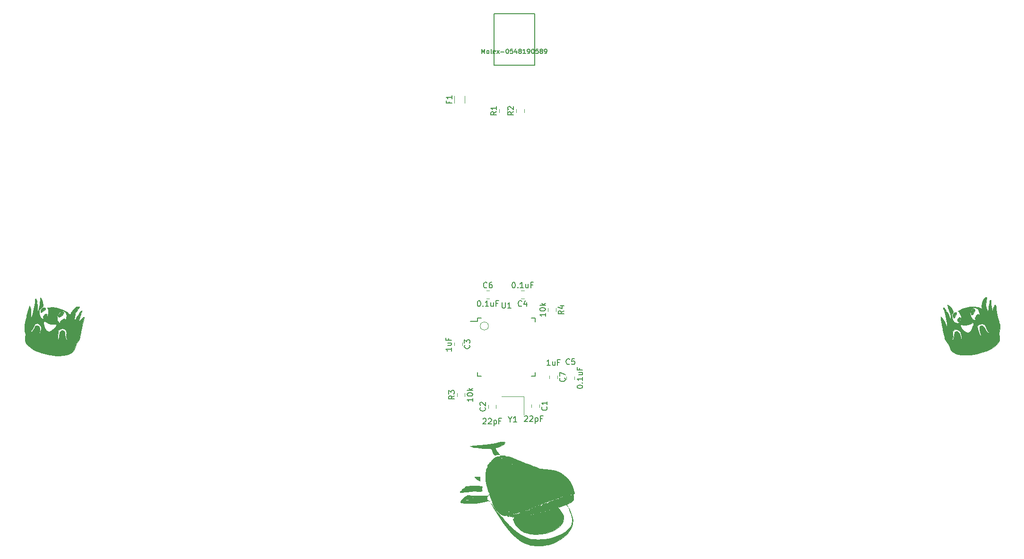
<source format=gbr>
G04 #@! TF.GenerationSoftware,KiCad,Pcbnew,5.1.5*
G04 #@! TF.CreationDate,2020-02-23T20:52:15-06:00*
G04 #@! TF.ProjectId,m'ergo,6d276572-676f-42e6-9b69-6361645f7063,rev?*
G04 #@! TF.SameCoordinates,Original*
G04 #@! TF.FileFunction,Legend,Top*
G04 #@! TF.FilePolarity,Positive*
%FSLAX46Y46*%
G04 Gerber Fmt 4.6, Leading zero omitted, Abs format (unit mm)*
G04 Created by KiCad (PCBNEW 5.1.5) date 2020-02-23 20:52:15*
%MOMM*%
%LPD*%
G04 APERTURE LIST*
%ADD10C,0.120000*%
%ADD11C,0.010000*%
%ADD12C,0.150000*%
%ADD13C,0.200000*%
G04 APERTURE END LIST*
D10*
X136376531Y-85957530D02*
G75*
G03X136376531Y-85957530I-740531J0D01*
G01*
D11*
G36*
X56186508Y-80911597D02*
G01*
X56274283Y-81021120D01*
X56429824Y-81327609D01*
X56546834Y-81737657D01*
X56606422Y-82180071D01*
X56604279Y-82398281D01*
X56537138Y-82534031D01*
X56364304Y-82662751D01*
X56336749Y-82679933D01*
X56144062Y-82826999D01*
X56032373Y-83007815D01*
X55962843Y-83259944D01*
X55917932Y-83721367D01*
X55982259Y-84119182D01*
X56145459Y-84427221D01*
X56397169Y-84619312D01*
X56516120Y-84656945D01*
X56714781Y-84636204D01*
X56971032Y-84527203D01*
X57054442Y-84477071D01*
X57254505Y-84332614D01*
X57373477Y-84187158D01*
X57411607Y-84083869D01*
X59109682Y-84444806D01*
X59111104Y-84723308D01*
X59167884Y-84948486D01*
X59271076Y-85151120D01*
X59395127Y-85306657D01*
X59514484Y-85390546D01*
X59603594Y-85378231D01*
X59636903Y-85245162D01*
X59636367Y-85228021D01*
X59693592Y-85058023D01*
X59892666Y-84871695D01*
X59964225Y-84821641D01*
X60237282Y-84664230D01*
X60417301Y-84630288D01*
X60525854Y-84718631D01*
X60554520Y-84789302D01*
X60607448Y-84848404D01*
X60672563Y-84777735D01*
X60736402Y-84614906D01*
X60785501Y-84397526D01*
X60806394Y-84163202D01*
X60804881Y-84089980D01*
X60734243Y-83782949D01*
X60579239Y-83511635D01*
X60375866Y-83330365D01*
X60276287Y-83292239D01*
X59952162Y-83302510D01*
X59649343Y-83452496D01*
X59391927Y-83712604D01*
X59204007Y-84053239D01*
X59109682Y-84444806D01*
X57411607Y-84083869D01*
X57450560Y-83978356D01*
X57498538Y-83770803D01*
X57551067Y-83345115D01*
X57502620Y-83007107D01*
X57493505Y-82979921D01*
X57385802Y-82673581D01*
X57632005Y-82635267D01*
X58294216Y-82602293D01*
X59007156Y-82687231D01*
X59722211Y-82876118D01*
X60390763Y-83154993D01*
X60964195Y-83509892D01*
X61119053Y-83636698D01*
X61501757Y-83974559D01*
X61635114Y-83604238D01*
X61815657Y-83244390D01*
X62072367Y-82907794D01*
X62360561Y-82646183D01*
X62559004Y-82534631D01*
X62775670Y-82480945D01*
X62966582Y-82481330D01*
X63084403Y-82528781D01*
X63084578Y-82612427D01*
X62801673Y-83020656D01*
X62600091Y-83322766D01*
X62463729Y-83551134D01*
X62376480Y-83738138D01*
X62322242Y-83916154D01*
X62284907Y-84117561D01*
X62264081Y-84261944D01*
X62223507Y-84646488D01*
X62230946Y-84870219D01*
X62285825Y-84932589D01*
X62387567Y-84833048D01*
X62535601Y-84571048D01*
X62552240Y-84537301D01*
X62724972Y-84215947D01*
X62925407Y-83892055D01*
X63130182Y-83597799D01*
X63315936Y-83365352D01*
X63459308Y-83226889D01*
X63521129Y-83202928D01*
X63553672Y-83273321D01*
X63514966Y-83353094D01*
X63457460Y-83486311D01*
X63373202Y-83744180D01*
X63274575Y-84086606D01*
X63195102Y-84388722D01*
X62967008Y-85292379D01*
X63236843Y-84957994D01*
X63447122Y-84716295D01*
X63660157Y-84499863D01*
X63732037Y-84435772D01*
X63885342Y-84334145D01*
X63965773Y-84351419D01*
X63973648Y-84496099D01*
X63909289Y-84776693D01*
X63773015Y-85201708D01*
X63762043Y-85233474D01*
X63615368Y-85717615D01*
X63503328Y-86239823D01*
X63413032Y-86861702D01*
X63402352Y-86951922D01*
X63327408Y-87508406D01*
X63239877Y-87937413D01*
X63125206Y-88280789D01*
X62968834Y-88580377D01*
X62756205Y-88878023D01*
X62713940Y-88930793D01*
X62558813Y-89186208D01*
X62408343Y-89544580D01*
X62328729Y-89794773D01*
X62196564Y-90191840D01*
X62035479Y-90473692D01*
X61803817Y-90689392D01*
X61459922Y-90888000D01*
X61358560Y-90937381D01*
X60853937Y-91114860D01*
X60223544Y-91232764D01*
X59502281Y-91284975D01*
X59363586Y-91286936D01*
X58972781Y-91267274D01*
X58469832Y-91210717D01*
X57905152Y-91126044D01*
X57329152Y-91022036D01*
X56792245Y-90907471D01*
X56344845Y-90791131D01*
X56147725Y-90726849D01*
X55424852Y-90426687D01*
X54773964Y-90086847D01*
X54225178Y-89725353D01*
X53808613Y-89360229D01*
X53743716Y-89288237D01*
X53481315Y-88901317D01*
X53367499Y-88501887D01*
X53390509Y-88042518D01*
X53409936Y-87941918D01*
X53459608Y-87600084D01*
X53448055Y-87356970D01*
X53425712Y-87296085D01*
X53374124Y-87135913D01*
X53323547Y-86865238D01*
X53301814Y-86683718D01*
X54382329Y-86913389D01*
X54393896Y-86972715D01*
X54543497Y-86940203D01*
X54615563Y-86910119D01*
X54740199Y-86797549D01*
X54897223Y-86579310D01*
X55038612Y-86329216D01*
X55179622Y-86059708D01*
X55284395Y-85911665D01*
X55387892Y-85852910D01*
X55525076Y-85851271D01*
X55554561Y-85854392D01*
X55808920Y-85941723D01*
X55960312Y-86140845D01*
X56011736Y-86460896D01*
X55966191Y-86911014D01*
X55942056Y-87035144D01*
X55880729Y-87348242D01*
X55860035Y-87519425D01*
X55880111Y-87571199D01*
X55941098Y-87526067D01*
X55945081Y-87521824D01*
X56029236Y-87369512D01*
X56123007Y-87106026D01*
X56206760Y-86786975D01*
X56210316Y-86770641D01*
X56274341Y-86452026D01*
X56294031Y-86244178D01*
X56264120Y-86093098D01*
X56179340Y-85944786D01*
X56121938Y-85864635D01*
X55849782Y-85596804D01*
X55561365Y-85485790D01*
X55283578Y-85524669D01*
X55043307Y-85706514D01*
X54867439Y-86024399D01*
X54818485Y-86200381D01*
X54693783Y-86558283D01*
X54517192Y-86773852D01*
X54382329Y-86913389D01*
X53301814Y-86683718D01*
X53284915Y-86542595D01*
X53284857Y-86541927D01*
X53269932Y-86333822D01*
X53267681Y-86140295D01*
X53282562Y-85933599D01*
X53319037Y-85685985D01*
X53381565Y-85369708D01*
X53474605Y-84957020D01*
X53540147Y-84682156D01*
X56692246Y-85352155D01*
X56713662Y-85540719D01*
X56781899Y-85849650D01*
X56786516Y-85868902D01*
X56949657Y-86380875D01*
X57154951Y-86729669D01*
X57404457Y-86916620D01*
X57700236Y-86943069D01*
X58044217Y-86810404D01*
X59305956Y-87078595D01*
X59278424Y-87288472D01*
X59262363Y-87573221D01*
X59257473Y-87886476D01*
X59263453Y-88181874D01*
X59280000Y-88413052D01*
X59306813Y-88533647D01*
X59315461Y-88541174D01*
X59345413Y-88467196D01*
X59395627Y-88261395D01*
X59458081Y-87958902D01*
X59501578Y-87726295D01*
X59594515Y-87272348D01*
X59689332Y-86966067D01*
X59798951Y-86786142D01*
X59936296Y-86711268D01*
X60112051Y-86719656D01*
X60338338Y-86825134D01*
X60469547Y-87037473D01*
X60516532Y-87377447D01*
X60516207Y-87492958D01*
X60539506Y-87947631D01*
X60633387Y-88257543D01*
X60796154Y-88417867D01*
X60847171Y-88433958D01*
X61020070Y-88470709D01*
X60874363Y-88288261D01*
X60793270Y-88127124D01*
X60764053Y-87887669D01*
X60781636Y-87527410D01*
X60782429Y-87518698D01*
X60802724Y-87178458D01*
X60781984Y-86949381D01*
X60711575Y-86776421D01*
X60652487Y-86690416D01*
X60392239Y-86463088D01*
X60070589Y-86390774D01*
X59795646Y-86432805D01*
X59576187Y-86523202D01*
X59435331Y-86675938D01*
X59339250Y-86935626D01*
X59305956Y-87078595D01*
X58044217Y-86810404D01*
X58044349Y-86810353D01*
X58142420Y-86749656D01*
X58419274Y-86539791D01*
X58674371Y-86300393D01*
X58880241Y-86063500D01*
X59009420Y-85861153D01*
X59034437Y-85725390D01*
X59029248Y-85715267D01*
X58891223Y-85653804D01*
X58610428Y-85663963D01*
X58610050Y-85664014D01*
X58070698Y-85664725D01*
X57577221Y-85527217D01*
X57240940Y-85322928D01*
X57045397Y-85176101D01*
X56921149Y-85127299D01*
X56815564Y-85159156D01*
X56790898Y-85174427D01*
X56717907Y-85243533D01*
X56692246Y-85352155D01*
X53540147Y-84682156D01*
X53602619Y-84420172D01*
X53671630Y-84135591D01*
X53801744Y-83610620D01*
X53921487Y-83146625D01*
X54024441Y-82766958D01*
X54104183Y-82494975D01*
X54154294Y-82354030D01*
X54165396Y-82339562D01*
X54234166Y-82431635D01*
X54299959Y-82650352D01*
X54357076Y-82953040D01*
X54399816Y-83297032D01*
X54422480Y-83639656D01*
X54419367Y-83938244D01*
X54399737Y-84093787D01*
X54379352Y-84316967D01*
X54420713Y-84419435D01*
X54503471Y-84383660D01*
X54582458Y-84251188D01*
X54640787Y-84081252D01*
X54718796Y-83797138D01*
X54809071Y-83432856D01*
X54904202Y-83022420D01*
X54914615Y-82974883D01*
X55064522Y-83006746D01*
X55097129Y-83056957D01*
X55147339Y-83024350D01*
X55114732Y-82974140D01*
X55064522Y-83006746D01*
X54914615Y-82974883D01*
X54996774Y-82599847D01*
X55079377Y-82199149D01*
X55144598Y-81854340D01*
X55185025Y-81599434D01*
X55193246Y-81468445D01*
X55190608Y-81460453D01*
X55170379Y-81336279D01*
X55197888Y-81171797D01*
X55253959Y-81045842D01*
X55297225Y-81022093D01*
X55349706Y-81101829D01*
X55416781Y-81279972D01*
X55477708Y-81489321D01*
X55511743Y-81662678D01*
X55511761Y-81717100D01*
X55447271Y-81709633D01*
X55377540Y-81670923D01*
X55286543Y-81639385D01*
X55290257Y-81698367D01*
X55400185Y-81815862D01*
X55445673Y-81832670D01*
X55516544Y-81925268D01*
X55571747Y-82137410D01*
X55605637Y-82419601D01*
X55612574Y-82722348D01*
X55586916Y-82996158D01*
X55581498Y-83024146D01*
X55559024Y-83251672D01*
X55579123Y-83414568D01*
X55634937Y-83463560D01*
X55703220Y-83371282D01*
X55778151Y-83164804D01*
X55853905Y-82871198D01*
X55924662Y-82517535D01*
X55984601Y-82130887D01*
X56027897Y-81738325D01*
X56048729Y-81366921D01*
X56049435Y-81227689D01*
X56058138Y-80967435D01*
X56100325Y-80865291D01*
X56186508Y-80911597D01*
G37*
X56186508Y-80911597D02*
X56274283Y-81021120D01*
X56429824Y-81327609D01*
X56546834Y-81737657D01*
X56606422Y-82180071D01*
X56604279Y-82398281D01*
X56537138Y-82534031D01*
X56364304Y-82662751D01*
X56336749Y-82679933D01*
X56144062Y-82826999D01*
X56032373Y-83007815D01*
X55962843Y-83259944D01*
X55917932Y-83721367D01*
X55982259Y-84119182D01*
X56145459Y-84427221D01*
X56397169Y-84619312D01*
X56516120Y-84656945D01*
X56714781Y-84636204D01*
X56971032Y-84527203D01*
X57054442Y-84477071D01*
X57254505Y-84332614D01*
X57373477Y-84187158D01*
X57411607Y-84083869D01*
X59109682Y-84444806D01*
X59111104Y-84723308D01*
X59167884Y-84948486D01*
X59271076Y-85151120D01*
X59395127Y-85306657D01*
X59514484Y-85390546D01*
X59603594Y-85378231D01*
X59636903Y-85245162D01*
X59636367Y-85228021D01*
X59693592Y-85058023D01*
X59892666Y-84871695D01*
X59964225Y-84821641D01*
X60237282Y-84664230D01*
X60417301Y-84630288D01*
X60525854Y-84718631D01*
X60554520Y-84789302D01*
X60607448Y-84848404D01*
X60672563Y-84777735D01*
X60736402Y-84614906D01*
X60785501Y-84397526D01*
X60806394Y-84163202D01*
X60804881Y-84089980D01*
X60734243Y-83782949D01*
X60579239Y-83511635D01*
X60375866Y-83330365D01*
X60276287Y-83292239D01*
X59952162Y-83302510D01*
X59649343Y-83452496D01*
X59391927Y-83712604D01*
X59204007Y-84053239D01*
X59109682Y-84444806D01*
X57411607Y-84083869D01*
X57450560Y-83978356D01*
X57498538Y-83770803D01*
X57551067Y-83345115D01*
X57502620Y-83007107D01*
X57493505Y-82979921D01*
X57385802Y-82673581D01*
X57632005Y-82635267D01*
X58294216Y-82602293D01*
X59007156Y-82687231D01*
X59722211Y-82876118D01*
X60390763Y-83154993D01*
X60964195Y-83509892D01*
X61119053Y-83636698D01*
X61501757Y-83974559D01*
X61635114Y-83604238D01*
X61815657Y-83244390D01*
X62072367Y-82907794D01*
X62360561Y-82646183D01*
X62559004Y-82534631D01*
X62775670Y-82480945D01*
X62966582Y-82481330D01*
X63084403Y-82528781D01*
X63084578Y-82612427D01*
X62801673Y-83020656D01*
X62600091Y-83322766D01*
X62463729Y-83551134D01*
X62376480Y-83738138D01*
X62322242Y-83916154D01*
X62284907Y-84117561D01*
X62264081Y-84261944D01*
X62223507Y-84646488D01*
X62230946Y-84870219D01*
X62285825Y-84932589D01*
X62387567Y-84833048D01*
X62535601Y-84571048D01*
X62552240Y-84537301D01*
X62724972Y-84215947D01*
X62925407Y-83892055D01*
X63130182Y-83597799D01*
X63315936Y-83365352D01*
X63459308Y-83226889D01*
X63521129Y-83202928D01*
X63553672Y-83273321D01*
X63514966Y-83353094D01*
X63457460Y-83486311D01*
X63373202Y-83744180D01*
X63274575Y-84086606D01*
X63195102Y-84388722D01*
X62967008Y-85292379D01*
X63236843Y-84957994D01*
X63447122Y-84716295D01*
X63660157Y-84499863D01*
X63732037Y-84435772D01*
X63885342Y-84334145D01*
X63965773Y-84351419D01*
X63973648Y-84496099D01*
X63909289Y-84776693D01*
X63773015Y-85201708D01*
X63762043Y-85233474D01*
X63615368Y-85717615D01*
X63503328Y-86239823D01*
X63413032Y-86861702D01*
X63402352Y-86951922D01*
X63327408Y-87508406D01*
X63239877Y-87937413D01*
X63125206Y-88280789D01*
X62968834Y-88580377D01*
X62756205Y-88878023D01*
X62713940Y-88930793D01*
X62558813Y-89186208D01*
X62408343Y-89544580D01*
X62328729Y-89794773D01*
X62196564Y-90191840D01*
X62035479Y-90473692D01*
X61803817Y-90689392D01*
X61459922Y-90888000D01*
X61358560Y-90937381D01*
X60853937Y-91114860D01*
X60223544Y-91232764D01*
X59502281Y-91284975D01*
X59363586Y-91286936D01*
X58972781Y-91267274D01*
X58469832Y-91210717D01*
X57905152Y-91126044D01*
X57329152Y-91022036D01*
X56792245Y-90907471D01*
X56344845Y-90791131D01*
X56147725Y-90726849D01*
X55424852Y-90426687D01*
X54773964Y-90086847D01*
X54225178Y-89725353D01*
X53808613Y-89360229D01*
X53743716Y-89288237D01*
X53481315Y-88901317D01*
X53367499Y-88501887D01*
X53390509Y-88042518D01*
X53409936Y-87941918D01*
X53459608Y-87600084D01*
X53448055Y-87356970D01*
X53425712Y-87296085D01*
X53374124Y-87135913D01*
X53323547Y-86865238D01*
X53301814Y-86683718D01*
X54382329Y-86913389D01*
X54393896Y-86972715D01*
X54543497Y-86940203D01*
X54615563Y-86910119D01*
X54740199Y-86797549D01*
X54897223Y-86579310D01*
X55038612Y-86329216D01*
X55179622Y-86059708D01*
X55284395Y-85911665D01*
X55387892Y-85852910D01*
X55525076Y-85851271D01*
X55554561Y-85854392D01*
X55808920Y-85941723D01*
X55960312Y-86140845D01*
X56011736Y-86460896D01*
X55966191Y-86911014D01*
X55942056Y-87035144D01*
X55880729Y-87348242D01*
X55860035Y-87519425D01*
X55880111Y-87571199D01*
X55941098Y-87526067D01*
X55945081Y-87521824D01*
X56029236Y-87369512D01*
X56123007Y-87106026D01*
X56206760Y-86786975D01*
X56210316Y-86770641D01*
X56274341Y-86452026D01*
X56294031Y-86244178D01*
X56264120Y-86093098D01*
X56179340Y-85944786D01*
X56121938Y-85864635D01*
X55849782Y-85596804D01*
X55561365Y-85485790D01*
X55283578Y-85524669D01*
X55043307Y-85706514D01*
X54867439Y-86024399D01*
X54818485Y-86200381D01*
X54693783Y-86558283D01*
X54517192Y-86773852D01*
X54382329Y-86913389D01*
X53301814Y-86683718D01*
X53284915Y-86542595D01*
X53284857Y-86541927D01*
X53269932Y-86333822D01*
X53267681Y-86140295D01*
X53282562Y-85933599D01*
X53319037Y-85685985D01*
X53381565Y-85369708D01*
X53474605Y-84957020D01*
X53540147Y-84682156D01*
X56692246Y-85352155D01*
X56713662Y-85540719D01*
X56781899Y-85849650D01*
X56786516Y-85868902D01*
X56949657Y-86380875D01*
X57154951Y-86729669D01*
X57404457Y-86916620D01*
X57700236Y-86943069D01*
X58044217Y-86810404D01*
X59305956Y-87078595D01*
X59278424Y-87288472D01*
X59262363Y-87573221D01*
X59257473Y-87886476D01*
X59263453Y-88181874D01*
X59280000Y-88413052D01*
X59306813Y-88533647D01*
X59315461Y-88541174D01*
X59345413Y-88467196D01*
X59395627Y-88261395D01*
X59458081Y-87958902D01*
X59501578Y-87726295D01*
X59594515Y-87272348D01*
X59689332Y-86966067D01*
X59798951Y-86786142D01*
X59936296Y-86711268D01*
X60112051Y-86719656D01*
X60338338Y-86825134D01*
X60469547Y-87037473D01*
X60516532Y-87377447D01*
X60516207Y-87492958D01*
X60539506Y-87947631D01*
X60633387Y-88257543D01*
X60796154Y-88417867D01*
X60847171Y-88433958D01*
X61020070Y-88470709D01*
X60874363Y-88288261D01*
X60793270Y-88127124D01*
X60764053Y-87887669D01*
X60781636Y-87527410D01*
X60782429Y-87518698D01*
X60802724Y-87178458D01*
X60781984Y-86949381D01*
X60711575Y-86776421D01*
X60652487Y-86690416D01*
X60392239Y-86463088D01*
X60070589Y-86390774D01*
X59795646Y-86432805D01*
X59576187Y-86523202D01*
X59435331Y-86675938D01*
X59339250Y-86935626D01*
X59305956Y-87078595D01*
X58044217Y-86810404D01*
X58044349Y-86810353D01*
X58142420Y-86749656D01*
X58419274Y-86539791D01*
X58674371Y-86300393D01*
X58880241Y-86063500D01*
X59009420Y-85861153D01*
X59034437Y-85725390D01*
X59029248Y-85715267D01*
X58891223Y-85653804D01*
X58610428Y-85663963D01*
X58610050Y-85664014D01*
X58070698Y-85664725D01*
X57577221Y-85527217D01*
X57240940Y-85322928D01*
X57045397Y-85176101D01*
X56921149Y-85127299D01*
X56815564Y-85159156D01*
X56790898Y-85174427D01*
X56717907Y-85243533D01*
X56692246Y-85352155D01*
X53540147Y-84682156D01*
X53602619Y-84420172D01*
X53671630Y-84135591D01*
X53801744Y-83610620D01*
X53921487Y-83146625D01*
X54024441Y-82766958D01*
X54104183Y-82494975D01*
X54154294Y-82354030D01*
X54165396Y-82339562D01*
X54234166Y-82431635D01*
X54299959Y-82650352D01*
X54357076Y-82953040D01*
X54399816Y-83297032D01*
X54422480Y-83639656D01*
X54419367Y-83938244D01*
X54399737Y-84093787D01*
X54379352Y-84316967D01*
X54420713Y-84419435D01*
X54503471Y-84383660D01*
X54582458Y-84251188D01*
X54640787Y-84081252D01*
X54718796Y-83797138D01*
X54809071Y-83432856D01*
X54904202Y-83022420D01*
X54914615Y-82974883D01*
X55064522Y-83006746D01*
X55097129Y-83056957D01*
X55147339Y-83024350D01*
X55114732Y-82974140D01*
X55064522Y-83006746D01*
X54914615Y-82974883D01*
X54996774Y-82599847D01*
X55079377Y-82199149D01*
X55144598Y-81854340D01*
X55185025Y-81599434D01*
X55193246Y-81468445D01*
X55190608Y-81460453D01*
X55170379Y-81336279D01*
X55197888Y-81171797D01*
X55253959Y-81045842D01*
X55297225Y-81022093D01*
X55349706Y-81101829D01*
X55416781Y-81279972D01*
X55477708Y-81489321D01*
X55511743Y-81662678D01*
X55511761Y-81717100D01*
X55447271Y-81709633D01*
X55377540Y-81670923D01*
X55286543Y-81639385D01*
X55290257Y-81698367D01*
X55400185Y-81815862D01*
X55445673Y-81832670D01*
X55516544Y-81925268D01*
X55571747Y-82137410D01*
X55605637Y-82419601D01*
X55612574Y-82722348D01*
X55586916Y-82996158D01*
X55581498Y-83024146D01*
X55559024Y-83251672D01*
X55579123Y-83414568D01*
X55634937Y-83463560D01*
X55703220Y-83371282D01*
X55778151Y-83164804D01*
X55853905Y-82871198D01*
X55924662Y-82517535D01*
X55984601Y-82130887D01*
X56027897Y-81738325D01*
X56048729Y-81366921D01*
X56049435Y-81227689D01*
X56058138Y-80967435D01*
X56100325Y-80865291D01*
X56186508Y-80911597D01*
G36*
X57288887Y-83901370D02*
G01*
X57306371Y-84074894D01*
X57218965Y-84256750D01*
X57066159Y-84413847D01*
X56887445Y-84513098D01*
X56722310Y-84521413D01*
X56632972Y-84450961D01*
X56610830Y-84279697D01*
X56696286Y-84071340D01*
X56861893Y-83890956D01*
X56872391Y-83883413D01*
X57071524Y-83770263D01*
X57198947Y-83782262D01*
X57288887Y-83901370D01*
G37*
X57288887Y-83901370D02*
X57306371Y-84074894D01*
X57218965Y-84256750D01*
X57066159Y-84413847D01*
X56887445Y-84513098D01*
X56722310Y-84521413D01*
X56632972Y-84450961D01*
X56610830Y-84279697D01*
X56696286Y-84071340D01*
X56861893Y-83890956D01*
X56872391Y-83883413D01*
X57071524Y-83770263D01*
X57198947Y-83782262D01*
X57288887Y-83901370D01*
G36*
X56855247Y-82668491D02*
G01*
X57022139Y-82768360D01*
X57036396Y-82908990D01*
X56895969Y-83097217D01*
X56669818Y-83287461D01*
X56439526Y-83448146D01*
X56299856Y-83505471D01*
X56217312Y-83471269D01*
X56203272Y-83452296D01*
X56151656Y-83237545D01*
X56223728Y-83008143D01*
X56383886Y-82806895D01*
X56596525Y-82676601D01*
X56826045Y-82660061D01*
X56855247Y-82668491D01*
G37*
X56855247Y-82668491D02*
X57022139Y-82768360D01*
X57036396Y-82908990D01*
X56895969Y-83097217D01*
X56669818Y-83287461D01*
X56439526Y-83448146D01*
X56299856Y-83505471D01*
X56217312Y-83471269D01*
X56203272Y-83452296D01*
X56151656Y-83237545D01*
X56223728Y-83008143D01*
X56383886Y-82806895D01*
X56596525Y-82676601D01*
X56826045Y-82660061D01*
X56855247Y-82668491D01*
G36*
X60284110Y-83520171D02*
G01*
X60278253Y-83675088D01*
X60123815Y-83896481D01*
X59944016Y-84074207D01*
X59696410Y-84253047D01*
X59483985Y-84325640D01*
X59337487Y-84286722D01*
X59290021Y-84186218D01*
X59329882Y-84025788D01*
X59452767Y-83813174D01*
X59615970Y-83609620D01*
X59776786Y-83476371D01*
X59789385Y-83470059D01*
X60002008Y-83426569D01*
X60139957Y-83436377D01*
X60284110Y-83520171D01*
G37*
X60284110Y-83520171D02*
X60278253Y-83675088D01*
X60123815Y-83896481D01*
X59944016Y-84074207D01*
X59696410Y-84253047D01*
X59483985Y-84325640D01*
X59337487Y-84286722D01*
X59290021Y-84186218D01*
X59329882Y-84025788D01*
X59452767Y-83813174D01*
X59615970Y-83609620D01*
X59776786Y-83476371D01*
X59789385Y-83470059D01*
X60002008Y-83426569D01*
X60139957Y-83436377D01*
X60284110Y-83520171D01*
G36*
X223432887Y-82880485D02*
G01*
X223490546Y-83024391D01*
X223439509Y-83289460D01*
X223347542Y-83524951D01*
X223194083Y-83789040D01*
X223029550Y-83941758D01*
X222879888Y-83965791D01*
X222795647Y-83893282D01*
X222766809Y-83730509D01*
X222792592Y-83486294D01*
X222858893Y-83233958D01*
X222951608Y-83046819D01*
X222960550Y-83035929D01*
X223137103Y-82909717D01*
X223267114Y-82862568D01*
X223432887Y-82880485D01*
G37*
X223432887Y-82880485D02*
X223490546Y-83024391D01*
X223439509Y-83289460D01*
X223347542Y-83524951D01*
X223194083Y-83789040D01*
X223029550Y-83941758D01*
X222879888Y-83965791D01*
X222795647Y-83893282D01*
X222766809Y-83730509D01*
X222792592Y-83486294D01*
X222858893Y-83233958D01*
X222951608Y-83046819D01*
X222960550Y-83035929D01*
X223137103Y-82909717D01*
X223267114Y-82862568D01*
X223432887Y-82880485D01*
G36*
X219954055Y-83497081D02*
G01*
X220147139Y-83520435D01*
X220217363Y-83643108D01*
X220165635Y-83872178D01*
X220036415Y-84137959D01*
X219891390Y-84378421D01*
X219787110Y-84487598D01*
X219697792Y-84489927D01*
X219677248Y-84478305D01*
X219542748Y-84303114D01*
X219515283Y-84064231D01*
X219579739Y-83815239D01*
X219721000Y-83609722D01*
X219923949Y-83501257D01*
X219954055Y-83497081D01*
G37*
X219954055Y-83497081D02*
X220147139Y-83520435D01*
X220217363Y-83643108D01*
X220165635Y-83872178D01*
X220036415Y-84137959D01*
X219891390Y-84378421D01*
X219787110Y-84487598D01*
X219697792Y-84489927D01*
X219677248Y-84478305D01*
X219542748Y-84303114D01*
X219515283Y-84064231D01*
X219579739Y-83815239D01*
X219721000Y-83609722D01*
X219923949Y-83501257D01*
X219954055Y-83497081D01*
G36*
X220851662Y-84446994D02*
G01*
X220938213Y-84598406D01*
X220932331Y-84800090D01*
X220856633Y-85005757D01*
X220733738Y-85169117D01*
X220586262Y-85243880D01*
X220475992Y-85215856D01*
X220386105Y-85068404D01*
X220379427Y-84843303D01*
X220457347Y-84611155D01*
X220463870Y-84599994D01*
X220599765Y-84415632D01*
X220721052Y-84374766D01*
X220851662Y-84446994D01*
G37*
X220851662Y-84446994D02*
X220938213Y-84598406D01*
X220932331Y-84800090D01*
X220856633Y-85005757D01*
X220733738Y-85169117D01*
X220586262Y-85243880D01*
X220475992Y-85215856D01*
X220386105Y-85068404D01*
X220379427Y-84843303D01*
X220457347Y-84611155D01*
X220463870Y-84599994D01*
X220599765Y-84415632D01*
X220721052Y-84374766D01*
X220851662Y-84446994D01*
G36*
X218628539Y-82164079D02*
G01*
X218753272Y-82228432D01*
X219020026Y-82445160D01*
X219293701Y-82772164D01*
X219528084Y-83152094D01*
X219614880Y-83352310D01*
X219608758Y-83503633D01*
X219503222Y-83691522D01*
X219485037Y-83718427D01*
X219368827Y-83931151D01*
X219340338Y-84141762D01*
X219379369Y-84400373D01*
X219526019Y-84840172D01*
X219746590Y-85177429D01*
X220020971Y-85392457D01*
X220329050Y-85465563D01*
X220453024Y-85451560D01*
X220626074Y-85351809D01*
X220815836Y-85148005D01*
X220871645Y-85068281D01*
X220995655Y-84854940D01*
X221045179Y-84673669D01*
X221038002Y-84563802D01*
X222736077Y-84202865D01*
X222850652Y-84456710D01*
X222994112Y-84639326D01*
X223170801Y-84782469D01*
X223347390Y-84874104D01*
X223490548Y-84902193D01*
X223566945Y-84854698D01*
X223543251Y-84719585D01*
X223535790Y-84704145D01*
X223518923Y-84525569D01*
X223624999Y-84274378D01*
X223670013Y-84199546D01*
X223855438Y-83944681D01*
X224006088Y-83840454D01*
X224141188Y-83877007D01*
X224196121Y-83929909D01*
X224268512Y-83962373D01*
X224299254Y-83871329D01*
X224291345Y-83696611D01*
X224247783Y-83478054D01*
X224171562Y-83255491D01*
X224140397Y-83189215D01*
X223950985Y-82937460D01*
X223699029Y-82752648D01*
X223439509Y-82669768D01*
X223333031Y-82675441D01*
X223041107Y-82816657D01*
X222825472Y-83076844D01*
X222696106Y-83419165D01*
X222662982Y-83806785D01*
X222736077Y-84202865D01*
X221038002Y-84563802D01*
X221030671Y-84451567D01*
X220990081Y-84242443D01*
X220864926Y-83832193D01*
X220683187Y-83543112D01*
X220663803Y-83521984D01*
X220440811Y-83285935D01*
X220650145Y-83150794D01*
X221241693Y-82851325D01*
X221927544Y-82638940D01*
X222657607Y-82520658D01*
X223381788Y-82503498D01*
X224049994Y-82594480D01*
X224243041Y-82647336D01*
X224730079Y-82800327D01*
X224701283Y-82407781D01*
X224719854Y-82005611D01*
X224817465Y-81593701D01*
X224974336Y-81237489D01*
X225110251Y-81054867D01*
X225286348Y-80917696D01*
X225460913Y-80840397D01*
X225587847Y-80835823D01*
X225622028Y-80912167D01*
X225529624Y-81400171D01*
X225468349Y-81758152D01*
X225436662Y-82022240D01*
X225433017Y-82228564D01*
X225455873Y-82413251D01*
X225503686Y-82612430D01*
X225543386Y-82752802D01*
X225662728Y-83120603D01*
X225760524Y-83321966D01*
X225836026Y-83356622D01*
X225888486Y-83224305D01*
X225917156Y-82924745D01*
X225918630Y-82887148D01*
X225945722Y-82523321D01*
X225997090Y-82145906D01*
X226064477Y-81793800D01*
X226139627Y-81505896D01*
X226214286Y-81321089D01*
X226261016Y-81274055D01*
X226319377Y-81325126D01*
X226316464Y-81413745D01*
X226318114Y-81558835D01*
X226346025Y-81828680D01*
X226395203Y-82181617D01*
X226445482Y-82489939D01*
X226604658Y-83408245D01*
X226715158Y-82993017D01*
X226808949Y-82686686D01*
X226915536Y-82402317D01*
X226955133Y-82314530D01*
X227053849Y-82159334D01*
X227134352Y-82142401D01*
X227200393Y-82271369D01*
X227255726Y-82553882D01*
X227304102Y-82997580D01*
X227307000Y-83031062D01*
X227369923Y-83533006D01*
X227479971Y-84055637D01*
X227650422Y-84660479D01*
X227677361Y-84747243D01*
X227835239Y-85286098D01*
X227929769Y-85713618D01*
X227964674Y-86073949D01*
X227943675Y-86411238D01*
X227870493Y-86769635D01*
X227853345Y-86835034D01*
X227815516Y-87131463D01*
X227823818Y-87520053D01*
X227852849Y-87780999D01*
X227893612Y-88197493D01*
X227861094Y-88520497D01*
X227737193Y-88811774D01*
X227503811Y-89133086D01*
X227431296Y-89219425D01*
X227042488Y-89586809D01*
X226514551Y-89950923D01*
X225876881Y-90291985D01*
X225750974Y-90350189D01*
X225385959Y-90491182D01*
X224903488Y-90644081D01*
X224353188Y-90796405D01*
X223784681Y-90935669D01*
X223247595Y-91049389D01*
X222791555Y-91125081D01*
X222585331Y-91146532D01*
X221802867Y-91166339D01*
X221070026Y-91120621D01*
X220421652Y-91013591D01*
X219892592Y-90849465D01*
X219804024Y-90810094D01*
X219406934Y-90563352D01*
X219140495Y-90244749D01*
X218974673Y-89815735D01*
X218951503Y-89715930D01*
X218857845Y-89383446D01*
X218748407Y-89166049D01*
X218703231Y-89119516D01*
X218590955Y-88994174D01*
X218434658Y-88767471D01*
X218340972Y-88610485D01*
X219421488Y-88380815D01*
X219456185Y-88430307D01*
X219579628Y-88339757D01*
X219633227Y-88282963D01*
X219701302Y-88129431D01*
X219755984Y-87866192D01*
X219783427Y-87580212D01*
X219802628Y-87276650D01*
X219838128Y-87098791D01*
X219908780Y-87003020D01*
X220033436Y-86945725D01*
X220061642Y-86936583D01*
X220329531Y-86912906D01*
X220548825Y-87033237D01*
X220725980Y-87304702D01*
X220867452Y-87734431D01*
X220895891Y-87857645D01*
X220967215Y-88168619D01*
X221017936Y-88333420D01*
X221057335Y-88372551D01*
X221094693Y-88306515D01*
X221096606Y-88301019D01*
X221111534Y-88127647D01*
X221090028Y-87848800D01*
X221036771Y-87523267D01*
X221033376Y-87506899D01*
X220962273Y-87189788D01*
X220895722Y-86991901D01*
X220806947Y-86866048D01*
X220669173Y-86765042D01*
X220584133Y-86715168D01*
X220226569Y-86581188D01*
X219917934Y-86597081D01*
X219679976Y-86745585D01*
X219534440Y-87009436D01*
X219503073Y-87371370D01*
X219529929Y-87552049D01*
X219561580Y-87929729D01*
X219487936Y-88198488D01*
X219421488Y-88380815D01*
X218340972Y-88610485D01*
X218268135Y-88488436D01*
X218267810Y-88487850D01*
X218169531Y-88303806D01*
X218088760Y-88127926D01*
X218018284Y-87933047D01*
X217950892Y-87692005D01*
X217879373Y-87377639D01*
X217796514Y-86962787D01*
X217744592Y-86685028D01*
X220896691Y-86015029D01*
X220992952Y-86178580D01*
X221180943Y-86433048D01*
X221192991Y-86448757D01*
X221550266Y-86850112D01*
X221879678Y-87085251D01*
X222183653Y-87154556D01*
X222464618Y-87058415D01*
X222724901Y-86797309D01*
X223986640Y-86529118D01*
X224046852Y-86732049D01*
X224147998Y-86998713D01*
X224270943Y-87286874D01*
X224396555Y-87554302D01*
X224505700Y-87758763D01*
X224579246Y-87858026D01*
X224590208Y-87861384D01*
X224587481Y-87781620D01*
X224549647Y-87573188D01*
X224483666Y-87271444D01*
X224428793Y-87041255D01*
X224329058Y-86588753D01*
X224291102Y-86270386D01*
X224318063Y-86061430D01*
X224413079Y-85937166D01*
X224577051Y-85873344D01*
X224826677Y-85877663D01*
X225032907Y-86018277D01*
X225214110Y-86309748D01*
X225260796Y-86415404D01*
X225467013Y-86821292D01*
X225678830Y-87066226D01*
X225892735Y-87146486D01*
X225945886Y-87140436D01*
X226118785Y-87103685D01*
X225911466Y-86996275D01*
X225771844Y-86882053D01*
X225647758Y-86675183D01*
X225517290Y-86338918D01*
X225514471Y-86330637D01*
X225394624Y-86011558D01*
X225282503Y-85810721D01*
X225147831Y-85681352D01*
X225058870Y-85626815D01*
X224728660Y-85524994D01*
X224405405Y-85589759D01*
X224171328Y-85739985D01*
X224007610Y-85911829D01*
X223941055Y-86108652D01*
X223958904Y-86384968D01*
X223986640Y-86529118D01*
X222724901Y-86797309D01*
X222725001Y-86797209D01*
X222789906Y-86701870D01*
X222957464Y-86397543D01*
X223093135Y-86075085D01*
X223184854Y-85774937D01*
X223220563Y-85537542D01*
X223188197Y-85403341D01*
X223179339Y-85396203D01*
X223028248Y-85396194D01*
X222775860Y-85519685D01*
X222775536Y-85519885D01*
X222283103Y-85739908D01*
X221776359Y-85815004D01*
X221386060Y-85765155D01*
X221147703Y-85710556D01*
X221014347Y-85716509D01*
X220930847Y-85788557D01*
X220914525Y-85812541D01*
X220875952Y-85905361D01*
X220896691Y-86015029D01*
X217744592Y-86685028D01*
X217695104Y-86420285D01*
X217642400Y-86132237D01*
X217547740Y-85599730D01*
X217468406Y-85127146D01*
X217408035Y-84738428D01*
X217370258Y-84457525D01*
X217358709Y-84308383D01*
X217362966Y-84290650D01*
X217463241Y-84346792D01*
X217612306Y-84519839D01*
X217787599Y-84773128D01*
X217966558Y-85069995D01*
X218126620Y-85373780D01*
X218245223Y-85647820D01*
X218290555Y-85797900D01*
X218362708Y-86010076D01*
X218442171Y-86086862D01*
X218503222Y-86020520D01*
X218521500Y-85867373D01*
X218505667Y-85688405D01*
X218461372Y-85397124D01*
X218395675Y-85027618D01*
X218315643Y-84613973D01*
X218305821Y-84566310D01*
X218455728Y-84534446D01*
X218505937Y-84567053D01*
X218538544Y-84516843D01*
X218488334Y-84484237D01*
X218455728Y-84534446D01*
X218305821Y-84566310D01*
X218228335Y-84190281D01*
X218140818Y-83790627D01*
X218060154Y-83449101D01*
X217993407Y-83199789D01*
X217947639Y-83076781D01*
X217941978Y-83070553D01*
X217872992Y-82965342D01*
X217831222Y-82803891D01*
X217831215Y-82666020D01*
X217861081Y-82626726D01*
X217941456Y-82678223D01*
X218075189Y-82813683D01*
X218215999Y-82980151D01*
X218317602Y-83124677D01*
X218339754Y-83174387D01*
X218277803Y-83193796D01*
X218198355Y-83186795D01*
X218102397Y-83194995D01*
X218129780Y-83247368D01*
X218277994Y-83309993D01*
X218326386Y-83306846D01*
X218428793Y-83362613D01*
X218565509Y-83533961D01*
X218711247Y-83777971D01*
X218840723Y-84051722D01*
X218928652Y-84312296D01*
X218935085Y-84340068D01*
X219007097Y-84557065D01*
X219091714Y-84697703D01*
X219162630Y-84719757D01*
X219187477Y-84607684D01*
X219171947Y-84388580D01*
X219121732Y-84089546D01*
X219042524Y-83737679D01*
X218940017Y-83360079D01*
X218819901Y-82983846D01*
X218687869Y-82636078D01*
X218631882Y-82508596D01*
X218533978Y-82267302D01*
X218530972Y-82156830D01*
X218628539Y-82164079D01*
G37*
X218628539Y-82164079D02*
X218753272Y-82228432D01*
X219020026Y-82445160D01*
X219293701Y-82772164D01*
X219528084Y-83152094D01*
X219614880Y-83352310D01*
X219608758Y-83503633D01*
X219503222Y-83691522D01*
X219485037Y-83718427D01*
X219368827Y-83931151D01*
X219340338Y-84141762D01*
X219379369Y-84400373D01*
X219526019Y-84840172D01*
X219746590Y-85177429D01*
X220020971Y-85392457D01*
X220329050Y-85465563D01*
X220453024Y-85451560D01*
X220626074Y-85351809D01*
X220815836Y-85148005D01*
X220871645Y-85068281D01*
X220995655Y-84854940D01*
X221045179Y-84673669D01*
X221038002Y-84563802D01*
X222736077Y-84202865D01*
X222850652Y-84456710D01*
X222994112Y-84639326D01*
X223170801Y-84782469D01*
X223347390Y-84874104D01*
X223490548Y-84902193D01*
X223566945Y-84854698D01*
X223543251Y-84719585D01*
X223535790Y-84704145D01*
X223518923Y-84525569D01*
X223624999Y-84274378D01*
X223670013Y-84199546D01*
X223855438Y-83944681D01*
X224006088Y-83840454D01*
X224141188Y-83877007D01*
X224196121Y-83929909D01*
X224268512Y-83962373D01*
X224299254Y-83871329D01*
X224291345Y-83696611D01*
X224247783Y-83478054D01*
X224171562Y-83255491D01*
X224140397Y-83189215D01*
X223950985Y-82937460D01*
X223699029Y-82752648D01*
X223439509Y-82669768D01*
X223333031Y-82675441D01*
X223041107Y-82816657D01*
X222825472Y-83076844D01*
X222696106Y-83419165D01*
X222662982Y-83806785D01*
X222736077Y-84202865D01*
X221038002Y-84563802D01*
X221030671Y-84451567D01*
X220990081Y-84242443D01*
X220864926Y-83832193D01*
X220683187Y-83543112D01*
X220663803Y-83521984D01*
X220440811Y-83285935D01*
X220650145Y-83150794D01*
X221241693Y-82851325D01*
X221927544Y-82638940D01*
X222657607Y-82520658D01*
X223381788Y-82503498D01*
X224049994Y-82594480D01*
X224243041Y-82647336D01*
X224730079Y-82800327D01*
X224701283Y-82407781D01*
X224719854Y-82005611D01*
X224817465Y-81593701D01*
X224974336Y-81237489D01*
X225110251Y-81054867D01*
X225286348Y-80917696D01*
X225460913Y-80840397D01*
X225587847Y-80835823D01*
X225622028Y-80912167D01*
X225529624Y-81400171D01*
X225468349Y-81758152D01*
X225436662Y-82022240D01*
X225433017Y-82228564D01*
X225455873Y-82413251D01*
X225503686Y-82612430D01*
X225543386Y-82752802D01*
X225662728Y-83120603D01*
X225760524Y-83321966D01*
X225836026Y-83356622D01*
X225888486Y-83224305D01*
X225917156Y-82924745D01*
X225918630Y-82887148D01*
X225945722Y-82523321D01*
X225997090Y-82145906D01*
X226064477Y-81793800D01*
X226139627Y-81505896D01*
X226214286Y-81321089D01*
X226261016Y-81274055D01*
X226319377Y-81325126D01*
X226316464Y-81413745D01*
X226318114Y-81558835D01*
X226346025Y-81828680D01*
X226395203Y-82181617D01*
X226445482Y-82489939D01*
X226604658Y-83408245D01*
X226715158Y-82993017D01*
X226808949Y-82686686D01*
X226915536Y-82402317D01*
X226955133Y-82314530D01*
X227053849Y-82159334D01*
X227134352Y-82142401D01*
X227200393Y-82271369D01*
X227255726Y-82553882D01*
X227304102Y-82997580D01*
X227307000Y-83031062D01*
X227369923Y-83533006D01*
X227479971Y-84055637D01*
X227650422Y-84660479D01*
X227677361Y-84747243D01*
X227835239Y-85286098D01*
X227929769Y-85713618D01*
X227964674Y-86073949D01*
X227943675Y-86411238D01*
X227870493Y-86769635D01*
X227853345Y-86835034D01*
X227815516Y-87131463D01*
X227823818Y-87520053D01*
X227852849Y-87780999D01*
X227893612Y-88197493D01*
X227861094Y-88520497D01*
X227737193Y-88811774D01*
X227503811Y-89133086D01*
X227431296Y-89219425D01*
X227042488Y-89586809D01*
X226514551Y-89950923D01*
X225876881Y-90291985D01*
X225750974Y-90350189D01*
X225385959Y-90491182D01*
X224903488Y-90644081D01*
X224353188Y-90796405D01*
X223784681Y-90935669D01*
X223247595Y-91049389D01*
X222791555Y-91125081D01*
X222585331Y-91146532D01*
X221802867Y-91166339D01*
X221070026Y-91120621D01*
X220421652Y-91013591D01*
X219892592Y-90849465D01*
X219804024Y-90810094D01*
X219406934Y-90563352D01*
X219140495Y-90244749D01*
X218974673Y-89815735D01*
X218951503Y-89715930D01*
X218857845Y-89383446D01*
X218748407Y-89166049D01*
X218703231Y-89119516D01*
X218590955Y-88994174D01*
X218434658Y-88767471D01*
X218340972Y-88610485D01*
X219421488Y-88380815D01*
X219456185Y-88430307D01*
X219579628Y-88339757D01*
X219633227Y-88282963D01*
X219701302Y-88129431D01*
X219755984Y-87866192D01*
X219783427Y-87580212D01*
X219802628Y-87276650D01*
X219838128Y-87098791D01*
X219908780Y-87003020D01*
X220033436Y-86945725D01*
X220061642Y-86936583D01*
X220329531Y-86912906D01*
X220548825Y-87033237D01*
X220725980Y-87304702D01*
X220867452Y-87734431D01*
X220895891Y-87857645D01*
X220967215Y-88168619D01*
X221017936Y-88333420D01*
X221057335Y-88372551D01*
X221094693Y-88306515D01*
X221096606Y-88301019D01*
X221111534Y-88127647D01*
X221090028Y-87848800D01*
X221036771Y-87523267D01*
X221033376Y-87506899D01*
X220962273Y-87189788D01*
X220895722Y-86991901D01*
X220806947Y-86866048D01*
X220669173Y-86765042D01*
X220584133Y-86715168D01*
X220226569Y-86581188D01*
X219917934Y-86597081D01*
X219679976Y-86745585D01*
X219534440Y-87009436D01*
X219503073Y-87371370D01*
X219529929Y-87552049D01*
X219561580Y-87929729D01*
X219487936Y-88198488D01*
X219421488Y-88380815D01*
X218340972Y-88610485D01*
X218268135Y-88488436D01*
X218267810Y-88487850D01*
X218169531Y-88303806D01*
X218088760Y-88127926D01*
X218018284Y-87933047D01*
X217950892Y-87692005D01*
X217879373Y-87377639D01*
X217796514Y-86962787D01*
X217744592Y-86685028D01*
X220896691Y-86015029D01*
X220992952Y-86178580D01*
X221180943Y-86433048D01*
X221192991Y-86448757D01*
X221550266Y-86850112D01*
X221879678Y-87085251D01*
X222183653Y-87154556D01*
X222464618Y-87058415D01*
X222724901Y-86797309D01*
X223986640Y-86529118D01*
X224046852Y-86732049D01*
X224147998Y-86998713D01*
X224270943Y-87286874D01*
X224396555Y-87554302D01*
X224505700Y-87758763D01*
X224579246Y-87858026D01*
X224590208Y-87861384D01*
X224587481Y-87781620D01*
X224549647Y-87573188D01*
X224483666Y-87271444D01*
X224428793Y-87041255D01*
X224329058Y-86588753D01*
X224291102Y-86270386D01*
X224318063Y-86061430D01*
X224413079Y-85937166D01*
X224577051Y-85873344D01*
X224826677Y-85877663D01*
X225032907Y-86018277D01*
X225214110Y-86309748D01*
X225260796Y-86415404D01*
X225467013Y-86821292D01*
X225678830Y-87066226D01*
X225892735Y-87146486D01*
X225945886Y-87140436D01*
X226118785Y-87103685D01*
X225911466Y-86996275D01*
X225771844Y-86882053D01*
X225647758Y-86675183D01*
X225517290Y-86338918D01*
X225514471Y-86330637D01*
X225394624Y-86011558D01*
X225282503Y-85810721D01*
X225147831Y-85681352D01*
X225058870Y-85626815D01*
X224728660Y-85524994D01*
X224405405Y-85589759D01*
X224171328Y-85739985D01*
X224007610Y-85911829D01*
X223941055Y-86108652D01*
X223958904Y-86384968D01*
X223986640Y-86529118D01*
X222724901Y-86797309D01*
X222725001Y-86797209D01*
X222789906Y-86701870D01*
X222957464Y-86397543D01*
X223093135Y-86075085D01*
X223184854Y-85774937D01*
X223220563Y-85537542D01*
X223188197Y-85403341D01*
X223179339Y-85396203D01*
X223028248Y-85396194D01*
X222775860Y-85519685D01*
X222775536Y-85519885D01*
X222283103Y-85739908D01*
X221776359Y-85815004D01*
X221386060Y-85765155D01*
X221147703Y-85710556D01*
X221014347Y-85716509D01*
X220930847Y-85788557D01*
X220914525Y-85812541D01*
X220875952Y-85905361D01*
X220896691Y-86015029D01*
X217744592Y-86685028D01*
X217695104Y-86420285D01*
X217642400Y-86132237D01*
X217547740Y-85599730D01*
X217468406Y-85127146D01*
X217408035Y-84738428D01*
X217370258Y-84457525D01*
X217358709Y-84308383D01*
X217362966Y-84290650D01*
X217463241Y-84346792D01*
X217612306Y-84519839D01*
X217787599Y-84773128D01*
X217966558Y-85069995D01*
X218126620Y-85373780D01*
X218245223Y-85647820D01*
X218290555Y-85797900D01*
X218362708Y-86010076D01*
X218442171Y-86086862D01*
X218503222Y-86020520D01*
X218521500Y-85867373D01*
X218505667Y-85688405D01*
X218461372Y-85397124D01*
X218395675Y-85027618D01*
X218315643Y-84613973D01*
X218305821Y-84566310D01*
X218455728Y-84534446D01*
X218505937Y-84567053D01*
X218538544Y-84516843D01*
X218488334Y-84484237D01*
X218455728Y-84534446D01*
X218305821Y-84566310D01*
X218228335Y-84190281D01*
X218140818Y-83790627D01*
X218060154Y-83449101D01*
X217993407Y-83199789D01*
X217947639Y-83076781D01*
X217941978Y-83070553D01*
X217872992Y-82965342D01*
X217831222Y-82803891D01*
X217831215Y-82666020D01*
X217861081Y-82626726D01*
X217941456Y-82678223D01*
X218075189Y-82813683D01*
X218215999Y-82980151D01*
X218317602Y-83124677D01*
X218339754Y-83174387D01*
X218277803Y-83193796D01*
X218198355Y-83186795D01*
X218102397Y-83194995D01*
X218129780Y-83247368D01*
X218277994Y-83309993D01*
X218326386Y-83306846D01*
X218428793Y-83362613D01*
X218565509Y-83533961D01*
X218711247Y-83777971D01*
X218840723Y-84051722D01*
X218928652Y-84312296D01*
X218935085Y-84340068D01*
X219007097Y-84557065D01*
X219091714Y-84697703D01*
X219162630Y-84719757D01*
X219187477Y-84607684D01*
X219171947Y-84388580D01*
X219121732Y-84089546D01*
X219042524Y-83737679D01*
X218940017Y-83360079D01*
X218819901Y-82983846D01*
X218687869Y-82636078D01*
X218631882Y-82508596D01*
X218533978Y-82267302D01*
X218530972Y-82156830D01*
X218628539Y-82164079D01*
G36*
X139946945Y-119006056D02*
G01*
X139957078Y-119106535D01*
X139946945Y-119118945D01*
X139896610Y-119107322D01*
X139890500Y-119062500D01*
X139921478Y-118992810D01*
X139946945Y-119006056D01*
G37*
X139946945Y-119006056D02*
X139957078Y-119106535D01*
X139946945Y-119118945D01*
X139896610Y-119107322D01*
X139890500Y-119062500D01*
X139921478Y-118992810D01*
X139946945Y-119006056D01*
G36*
X139188563Y-106693989D02*
G01*
X139248928Y-106733576D01*
X139274828Y-106799621D01*
X139280394Y-106832838D01*
X139233391Y-107026559D01*
X139033530Y-107219411D01*
X138676253Y-107414135D01*
X138157003Y-107613474D01*
X137791202Y-107728907D01*
X137512238Y-107811890D01*
X137698665Y-108124362D01*
X137886045Y-108399375D01*
X138106137Y-108672190D01*
X138142405Y-108712000D01*
X138399718Y-108987167D01*
X138150276Y-108988099D01*
X137883925Y-109003220D01*
X137604500Y-109037303D01*
X137440832Y-109057162D01*
X137335539Y-109028103D01*
X137252937Y-108917231D01*
X137157342Y-108691650D01*
X137117667Y-108588531D01*
X137017628Y-108313756D01*
X136948638Y-108097962D01*
X136927167Y-107999765D01*
X136844699Y-107951739D01*
X136605315Y-107916717D01*
X136221046Y-107896245D01*
X136101667Y-107893546D01*
X135426802Y-107869880D01*
X134794829Y-107825304D01*
X134235335Y-107763282D01*
X133777913Y-107687279D01*
X133452150Y-107600760D01*
X133390724Y-107576099D01*
X133074834Y-107434103D01*
X134725834Y-107315080D01*
X135938554Y-107202507D01*
X137035065Y-107049213D01*
X137604500Y-106943430D01*
X138165159Y-106829082D01*
X138582031Y-106748407D01*
X138876979Y-106699961D01*
X139071868Y-106682303D01*
X139188563Y-106693989D01*
G37*
X139188563Y-106693989D02*
X139248928Y-106733576D01*
X139274828Y-106799621D01*
X139280394Y-106832838D01*
X139233391Y-107026559D01*
X139033530Y-107219411D01*
X138676253Y-107414135D01*
X138157003Y-107613474D01*
X137791202Y-107728907D01*
X137512238Y-107811890D01*
X137698665Y-108124362D01*
X137886045Y-108399375D01*
X138106137Y-108672190D01*
X138142405Y-108712000D01*
X138399718Y-108987167D01*
X138150276Y-108988099D01*
X137883925Y-109003220D01*
X137604500Y-109037303D01*
X137440832Y-109057162D01*
X137335539Y-109028103D01*
X137252937Y-108917231D01*
X137157342Y-108691650D01*
X137117667Y-108588531D01*
X137017628Y-108313756D01*
X136948638Y-108097962D01*
X136927167Y-107999765D01*
X136844699Y-107951739D01*
X136605315Y-107916717D01*
X136221046Y-107896245D01*
X136101667Y-107893546D01*
X135426802Y-107869880D01*
X134794829Y-107825304D01*
X134235335Y-107763282D01*
X133777913Y-107687279D01*
X133452150Y-107600760D01*
X133390724Y-107576099D01*
X133074834Y-107434103D01*
X134725834Y-107315080D01*
X135938554Y-107202507D01*
X137035065Y-107049213D01*
X137604500Y-106943430D01*
X138165159Y-106829082D01*
X138582031Y-106748407D01*
X138876979Y-106699961D01*
X139071868Y-106682303D01*
X139188563Y-106693989D01*
G36*
X134810500Y-113347500D02*
G01*
X134806300Y-113573878D01*
X134795673Y-113708321D01*
X134789334Y-113724758D01*
X134708685Y-113686789D01*
X134532846Y-113596447D01*
X134463339Y-113559903D01*
X134225860Y-113398775D01*
X134037608Y-113211752D01*
X134016887Y-113182645D01*
X133875263Y-112966500D01*
X134810500Y-112966500D01*
X134810500Y-113347500D01*
G37*
X134810500Y-113347500D02*
X134806300Y-113573878D01*
X134795673Y-113708321D01*
X134789334Y-113724758D01*
X134708685Y-113686789D01*
X134532846Y-113596447D01*
X134463339Y-113559903D01*
X134225860Y-113398775D01*
X134037608Y-113211752D01*
X134016887Y-113182645D01*
X133875263Y-112966500D01*
X134810500Y-112966500D01*
X134810500Y-113347500D01*
G36*
X134132515Y-114584837D02*
G01*
X134542165Y-114603577D01*
X134882322Y-114635676D01*
X135125837Y-114678820D01*
X135245561Y-114730700D01*
X135242711Y-114769489D01*
X135175021Y-114910803D01*
X135150666Y-115110521D01*
X135168392Y-115301628D01*
X135226947Y-115417110D01*
X135255000Y-115427200D01*
X135267499Y-115456531D01*
X135149167Y-115519310D01*
X134949667Y-115559001D01*
X134657256Y-115570328D01*
X134429500Y-115558488D01*
X134106669Y-115545948D01*
X133690295Y-115554063D01*
X133254651Y-115580841D01*
X133117167Y-115593655D01*
X132505268Y-115656898D01*
X132041866Y-115704326D01*
X131706897Y-115736285D01*
X131480297Y-115753121D01*
X131342001Y-115755176D01*
X131271947Y-115742797D01*
X131250069Y-115716328D01*
X131256304Y-115676114D01*
X131270013Y-115625391D01*
X131359602Y-115499657D01*
X131448069Y-115489045D01*
X131567862Y-115451761D01*
X131579097Y-115401591D01*
X131714555Y-115401591D01*
X131797778Y-115415149D01*
X131907592Y-115399583D01*
X131908903Y-115370681D01*
X131795586Y-115350469D01*
X131746625Y-115363997D01*
X131714555Y-115401591D01*
X131579097Y-115401591D01*
X131593167Y-115338762D01*
X131603502Y-115311996D01*
X132069364Y-115311996D01*
X132185834Y-115323798D01*
X132306029Y-115310493D01*
X132291667Y-115281094D01*
X132118325Y-115269911D01*
X132080000Y-115281094D01*
X132069364Y-115311996D01*
X131603502Y-115311996D01*
X131634291Y-115232258D01*
X132476555Y-115232258D01*
X132559778Y-115245816D01*
X132669592Y-115230249D01*
X132670903Y-115201347D01*
X132557586Y-115181136D01*
X132508625Y-115194663D01*
X132476555Y-115232258D01*
X131634291Y-115232258D01*
X131649126Y-115193839D01*
X131837907Y-115114694D01*
X131847167Y-115112800D01*
X132050073Y-115025705D01*
X132071451Y-114978258D01*
X132222555Y-114978258D01*
X132305778Y-114991816D01*
X132415592Y-114976249D01*
X132416903Y-114947347D01*
X132303586Y-114927136D01*
X132254625Y-114940663D01*
X132222555Y-114978258D01*
X132071451Y-114978258D01*
X132101167Y-114912309D01*
X132108889Y-114880011D01*
X132603983Y-114880011D01*
X132721055Y-114893372D01*
X132778500Y-114894191D01*
X132932536Y-114885363D01*
X132950689Y-114863386D01*
X132926667Y-114855471D01*
X132711933Y-114842303D01*
X132630334Y-114855471D01*
X132603983Y-114880011D01*
X132108889Y-114880011D01*
X132127012Y-114804210D01*
X132220993Y-114725893D01*
X132407772Y-114670360D01*
X132712015Y-114630610D01*
X133158388Y-114599643D01*
X133213326Y-114596678D01*
X133680519Y-114581767D01*
X134132515Y-114584837D01*
G37*
X134132515Y-114584837D02*
X134542165Y-114603577D01*
X134882322Y-114635676D01*
X135125837Y-114678820D01*
X135245561Y-114730700D01*
X135242711Y-114769489D01*
X135175021Y-114910803D01*
X135150666Y-115110521D01*
X135168392Y-115301628D01*
X135226947Y-115417110D01*
X135255000Y-115427200D01*
X135267499Y-115456531D01*
X135149167Y-115519310D01*
X134949667Y-115559001D01*
X134657256Y-115570328D01*
X134429500Y-115558488D01*
X134106669Y-115545948D01*
X133690295Y-115554063D01*
X133254651Y-115580841D01*
X133117167Y-115593655D01*
X132505268Y-115656898D01*
X132041866Y-115704326D01*
X131706897Y-115736285D01*
X131480297Y-115753121D01*
X131342001Y-115755176D01*
X131271947Y-115742797D01*
X131250069Y-115716328D01*
X131256304Y-115676114D01*
X131270013Y-115625391D01*
X131359602Y-115499657D01*
X131448069Y-115489045D01*
X131567862Y-115451761D01*
X131579097Y-115401591D01*
X131714555Y-115401591D01*
X131797778Y-115415149D01*
X131907592Y-115399583D01*
X131908903Y-115370681D01*
X131795586Y-115350469D01*
X131746625Y-115363997D01*
X131714555Y-115401591D01*
X131579097Y-115401591D01*
X131593167Y-115338762D01*
X131603502Y-115311996D01*
X132069364Y-115311996D01*
X132185834Y-115323798D01*
X132306029Y-115310493D01*
X132291667Y-115281094D01*
X132118325Y-115269911D01*
X132080000Y-115281094D01*
X132069364Y-115311996D01*
X131603502Y-115311996D01*
X131634291Y-115232258D01*
X132476555Y-115232258D01*
X132559778Y-115245816D01*
X132669592Y-115230249D01*
X132670903Y-115201347D01*
X132557586Y-115181136D01*
X132508625Y-115194663D01*
X132476555Y-115232258D01*
X131634291Y-115232258D01*
X131649126Y-115193839D01*
X131837907Y-115114694D01*
X131847167Y-115112800D01*
X132050073Y-115025705D01*
X132071451Y-114978258D01*
X132222555Y-114978258D01*
X132305778Y-114991816D01*
X132415592Y-114976249D01*
X132416903Y-114947347D01*
X132303586Y-114927136D01*
X132254625Y-114940663D01*
X132222555Y-114978258D01*
X132071451Y-114978258D01*
X132101167Y-114912309D01*
X132108889Y-114880011D01*
X132603983Y-114880011D01*
X132721055Y-114893372D01*
X132778500Y-114894191D01*
X132932536Y-114885363D01*
X132950689Y-114863386D01*
X132926667Y-114855471D01*
X132711933Y-114842303D01*
X132630334Y-114855471D01*
X132603983Y-114880011D01*
X132108889Y-114880011D01*
X132127012Y-114804210D01*
X132220993Y-114725893D01*
X132407772Y-114670360D01*
X132712015Y-114630610D01*
X133158388Y-114599643D01*
X133213326Y-114596678D01*
X133680519Y-114581767D01*
X134132515Y-114584837D01*
G36*
X136419167Y-116226167D02*
G01*
X136376834Y-116268500D01*
X136334500Y-116226167D01*
X136376834Y-116183834D01*
X136419167Y-116226167D01*
G37*
X136419167Y-116226167D02*
X136376834Y-116268500D01*
X136334500Y-116226167D01*
X136376834Y-116183834D01*
X136419167Y-116226167D01*
G36*
X136588500Y-117326834D02*
G01*
X136546167Y-117369167D01*
X136503834Y-117326834D01*
X136546167Y-117284500D01*
X136588500Y-117326834D01*
G37*
X136588500Y-117326834D02*
X136546167Y-117369167D01*
X136503834Y-117326834D01*
X136546167Y-117284500D01*
X136588500Y-117326834D01*
G36*
X132927438Y-116300713D02*
G01*
X133135711Y-116318265D01*
X133477825Y-116334643D01*
X133918290Y-116348688D01*
X134421613Y-116359240D01*
X134885817Y-116364697D01*
X135365685Y-116370100D01*
X135766774Y-116378301D01*
X136066884Y-116388529D01*
X136243817Y-116400011D01*
X136275376Y-116411973D01*
X136271000Y-116412919D01*
X136143006Y-116467865D01*
X136089040Y-116600387D01*
X136080500Y-116772514D01*
X136100516Y-116997637D01*
X136178928Y-117110700D01*
X136271000Y-117148979D01*
X136382853Y-117198623D01*
X136367172Y-117252477D01*
X136214970Y-117313530D01*
X135917260Y-117384768D01*
X135465056Y-117469181D01*
X135149167Y-117521992D01*
X134544290Y-117616820D01*
X134060333Y-117682181D01*
X133652039Y-117721135D01*
X133274148Y-117736744D01*
X132881401Y-117732067D01*
X132428539Y-117710167D01*
X132395707Y-117708206D01*
X132026149Y-117680628D01*
X131716262Y-117647638D01*
X131507655Y-117614197D01*
X131446905Y-117595093D01*
X131388313Y-117471951D01*
X131464492Y-117272289D01*
X131624557Y-117066961D01*
X131895001Y-117066961D01*
X131910010Y-117088879D01*
X132016500Y-117115167D01*
X132225576Y-117146929D01*
X132478148Y-117168255D01*
X132739302Y-117179144D01*
X132974123Y-117179595D01*
X133147697Y-117169610D01*
X133225110Y-117149187D01*
X133171447Y-117118328D01*
X133159500Y-117115167D01*
X132943415Y-117082037D01*
X132629142Y-117059127D01*
X132312834Y-117051663D01*
X132025282Y-117055412D01*
X131895001Y-117066961D01*
X131624557Y-117066961D01*
X131652307Y-117031365D01*
X131784592Y-116872574D01*
X131846532Y-116767330D01*
X131847167Y-116761904D01*
X131916933Y-116693242D01*
X132024858Y-116646847D01*
X132043379Y-116637069D01*
X132482167Y-116637069D01*
X133074834Y-116691834D01*
X133382039Y-116721004D01*
X133624340Y-116745451D01*
X133750656Y-116760015D01*
X133752167Y-116760253D01*
X133767543Y-116736726D01*
X133709834Y-116691834D01*
X133562607Y-116651099D01*
X133305415Y-116626653D01*
X133032500Y-116623414D01*
X132482167Y-116637069D01*
X132043379Y-116637069D01*
X132220183Y-116543730D01*
X132373646Y-116419354D01*
X132518112Y-116312560D01*
X132699007Y-116280660D01*
X132927438Y-116300713D01*
G37*
X132927438Y-116300713D02*
X133135711Y-116318265D01*
X133477825Y-116334643D01*
X133918290Y-116348688D01*
X134421613Y-116359240D01*
X134885817Y-116364697D01*
X135365685Y-116370100D01*
X135766774Y-116378301D01*
X136066884Y-116388529D01*
X136243817Y-116400011D01*
X136275376Y-116411973D01*
X136271000Y-116412919D01*
X136143006Y-116467865D01*
X136089040Y-116600387D01*
X136080500Y-116772514D01*
X136100516Y-116997637D01*
X136178928Y-117110700D01*
X136271000Y-117148979D01*
X136382853Y-117198623D01*
X136367172Y-117252477D01*
X136214970Y-117313530D01*
X135917260Y-117384768D01*
X135465056Y-117469181D01*
X135149167Y-117521992D01*
X134544290Y-117616820D01*
X134060333Y-117682181D01*
X133652039Y-117721135D01*
X133274148Y-117736744D01*
X132881401Y-117732067D01*
X132428539Y-117710167D01*
X132395707Y-117708206D01*
X132026149Y-117680628D01*
X131716262Y-117647638D01*
X131507655Y-117614197D01*
X131446905Y-117595093D01*
X131388313Y-117471951D01*
X131464492Y-117272289D01*
X131624557Y-117066961D01*
X131895001Y-117066961D01*
X131910010Y-117088879D01*
X132016500Y-117115167D01*
X132225576Y-117146929D01*
X132478148Y-117168255D01*
X132739302Y-117179144D01*
X132974123Y-117179595D01*
X133147697Y-117169610D01*
X133225110Y-117149187D01*
X133171447Y-117118328D01*
X133159500Y-117115167D01*
X132943415Y-117082037D01*
X132629142Y-117059127D01*
X132312834Y-117051663D01*
X132025282Y-117055412D01*
X131895001Y-117066961D01*
X131624557Y-117066961D01*
X131652307Y-117031365D01*
X131784592Y-116872574D01*
X131846532Y-116767330D01*
X131847167Y-116761904D01*
X131916933Y-116693242D01*
X132024858Y-116646847D01*
X132043379Y-116637069D01*
X132482167Y-116637069D01*
X133074834Y-116691834D01*
X133382039Y-116721004D01*
X133624340Y-116745451D01*
X133750656Y-116760015D01*
X133752167Y-116760253D01*
X133767543Y-116736726D01*
X133709834Y-116691834D01*
X133562607Y-116651099D01*
X133305415Y-116626653D01*
X133032500Y-116623414D01*
X132482167Y-116637069D01*
X132043379Y-116637069D01*
X132220183Y-116543730D01*
X132373646Y-116419354D01*
X132518112Y-116312560D01*
X132699007Y-116280660D01*
X132927438Y-116300713D01*
G36*
X139142411Y-109168928D02*
G01*
X139326485Y-109201230D01*
X139382500Y-109238589D01*
X139456459Y-109293308D01*
X139636626Y-109316549D01*
X139657667Y-109316466D01*
X139822873Y-109321465D01*
X139994946Y-109347952D01*
X140201869Y-109405308D01*
X140471625Y-109502914D01*
X140832199Y-109650153D01*
X141311574Y-109856404D01*
X141454503Y-109918830D01*
X141967937Y-110135926D01*
X142553245Y-110371591D01*
X143127412Y-110592906D01*
X143486503Y-110724601D01*
X143953611Y-110893166D01*
X144437629Y-111071890D01*
X144876239Y-111237553D01*
X145163204Y-111349318D01*
X145564888Y-111495156D01*
X145903857Y-111575882D01*
X146265546Y-111608384D01*
X146491169Y-111611834D01*
X147458108Y-111685809D01*
X148360806Y-111901631D01*
X149186490Y-112250140D01*
X149922384Y-112722178D01*
X150555713Y-113308587D01*
X151073702Y-114000208D01*
X151463577Y-114787884D01*
X151628572Y-115294834D01*
X151717939Y-115653585D01*
X151743868Y-115882761D01*
X151691730Y-116014932D01*
X151546899Y-116082666D01*
X151294747Y-116118535D01*
X151257000Y-116122204D01*
X150791229Y-116198376D01*
X150182484Y-116350309D01*
X149437985Y-116575556D01*
X148564947Y-116871670D01*
X147570590Y-117236202D01*
X146462129Y-117666704D01*
X145251479Y-118158784D01*
X144072094Y-118627286D01*
X142954277Y-119030862D01*
X141917328Y-119363416D01*
X140980550Y-119618850D01*
X140163244Y-119791069D01*
X140001282Y-119817199D01*
X139622952Y-119870540D01*
X139355828Y-119894196D01*
X139144488Y-119888620D01*
X138933507Y-119854262D01*
X138812697Y-119826874D01*
X138526091Y-119690648D01*
X138204830Y-119425030D01*
X137915694Y-119104353D01*
X139814725Y-119104353D01*
X139874502Y-119259066D01*
X139907434Y-119299567D01*
X140028315Y-119357759D01*
X140100770Y-119290988D01*
X140094892Y-119142610D01*
X140064698Y-119071590D01*
X139960252Y-118933102D01*
X139887521Y-118893167D01*
X139817875Y-118958105D01*
X139814725Y-119104353D01*
X137915694Y-119104353D01*
X137874645Y-119058827D01*
X137561267Y-118620848D01*
X137290428Y-118139900D01*
X137272192Y-118102156D01*
X137120128Y-117763658D01*
X137002039Y-117462951D01*
X136935086Y-117245584D01*
X136926147Y-117183712D01*
X136884287Y-116995654D01*
X136779378Y-116742665D01*
X136714480Y-116619691D01*
X136588384Y-116349972D01*
X136513141Y-116094127D01*
X136503834Y-116005858D01*
X136484022Y-115831211D01*
X136437651Y-115760500D01*
X136378780Y-115678428D01*
X136291345Y-115436978D01*
X136177479Y-115043298D01*
X136039318Y-114504538D01*
X135944445Y-114109500D01*
X135891279Y-113884547D01*
X135854042Y-113728500D01*
X135815998Y-113458397D01*
X135805032Y-113109556D01*
X135817462Y-112717602D01*
X135849608Y-112318157D01*
X135897790Y-111946845D01*
X135938040Y-111742353D01*
X142453878Y-111742353D01*
X142560252Y-111755637D01*
X142684500Y-111758107D01*
X142867621Y-111751502D01*
X142917891Y-111734615D01*
X142875000Y-111721415D01*
X142628283Y-111707407D01*
X142494000Y-111721415D01*
X142453878Y-111742353D01*
X135938040Y-111742353D01*
X135958326Y-111639290D01*
X135987534Y-111551436D01*
X141936148Y-111551436D01*
X141956749Y-111598752D01*
X142041999Y-111689645D01*
X142091009Y-111671000D01*
X142091834Y-111659164D01*
X142075789Y-111640056D01*
X143305389Y-111640056D01*
X143317011Y-111690390D01*
X143361834Y-111696500D01*
X143431524Y-111665522D01*
X143418278Y-111640056D01*
X143317798Y-111629923D01*
X143305389Y-111640056D01*
X142075789Y-111640056D01*
X142031697Y-111587551D01*
X141994085Y-111561415D01*
X141936148Y-111551436D01*
X135987534Y-111551436D01*
X136027536Y-111431116D01*
X136098984Y-111357834D01*
X136145814Y-111284297D01*
X136146995Y-111273569D01*
X141599810Y-111273569D01*
X141665522Y-111396579D01*
X141773094Y-111504066D01*
X141816234Y-111527167D01*
X141807123Y-111474415D01*
X141756245Y-111403876D01*
X141698763Y-111249331D01*
X141703108Y-111229555D01*
X143576282Y-111229555D01*
X143663151Y-111313891D01*
X143771542Y-111417729D01*
X143743758Y-111492420D01*
X143700500Y-111524261D01*
X143634910Y-111594566D01*
X143674337Y-111610537D01*
X143809414Y-111549225D01*
X143829792Y-111523458D01*
X143826664Y-111394951D01*
X143731338Y-111258068D01*
X143598409Y-111188847D01*
X143589284Y-111188500D01*
X143576282Y-111229555D01*
X141703108Y-111229555D01*
X141715966Y-111171042D01*
X141725982Y-111146167D01*
X143361834Y-111146167D01*
X143404167Y-111188500D01*
X143446500Y-111146167D01*
X143404167Y-111103834D01*
X143361834Y-111146167D01*
X141725982Y-111146167D01*
X141742609Y-111104880D01*
X141667576Y-111163745D01*
X141599810Y-111273569D01*
X136146995Y-111273569D01*
X136165167Y-111108634D01*
X136176008Y-111061500D01*
X141837834Y-111061500D01*
X141880167Y-111103834D01*
X141922500Y-111061500D01*
X141908389Y-111047389D01*
X143051389Y-111047389D01*
X143063011Y-111097723D01*
X143107834Y-111103834D01*
X143177524Y-111072855D01*
X143164278Y-111047389D01*
X143063798Y-111037256D01*
X143051389Y-111047389D01*
X141908389Y-111047389D01*
X141880167Y-111019167D01*
X141837834Y-111061500D01*
X136176008Y-111061500D01*
X136193525Y-110985344D01*
X142255983Y-110985344D01*
X142373055Y-110998705D01*
X142430500Y-110999524D01*
X142584536Y-110990697D01*
X142602689Y-110968719D01*
X142578667Y-110960804D01*
X142363933Y-110947637D01*
X142282334Y-110960804D01*
X142255983Y-110985344D01*
X136193525Y-110985344D01*
X136218204Y-110878056D01*
X140934722Y-110878056D01*
X140946345Y-110928390D01*
X140991167Y-110934500D01*
X141060857Y-110903522D01*
X141054951Y-110892167D01*
X141499167Y-110892167D01*
X141541500Y-110934500D01*
X141583834Y-110892167D01*
X141541500Y-110849834D01*
X141499167Y-110892167D01*
X141054951Y-110892167D01*
X141047611Y-110878056D01*
X140947132Y-110867923D01*
X140934722Y-110878056D01*
X136218204Y-110878056D01*
X136218222Y-110877981D01*
X136318909Y-110748801D01*
X136356981Y-110709422D01*
X140509876Y-110709422D01*
X140577952Y-110821880D01*
X140667864Y-110849834D01*
X140710130Y-110808174D01*
X140663602Y-110736210D01*
X140658888Y-110726558D01*
X141950722Y-110726558D01*
X141969192Y-110841595D01*
X142030491Y-110794875D01*
X142045884Y-110771017D01*
X142041622Y-110664279D01*
X142022659Y-110647742D01*
X141959634Y-110672818D01*
X141950722Y-110726558D01*
X140658888Y-110726558D01*
X140602684Y-110611490D01*
X140610196Y-110566171D01*
X140598104Y-110556825D01*
X140557572Y-110587751D01*
X140509876Y-110709422D01*
X136356981Y-110709422D01*
X136470390Y-110592121D01*
X136527919Y-110490000D01*
X136558170Y-110454722D01*
X140765389Y-110454722D01*
X140777011Y-110505057D01*
X140821834Y-110511167D01*
X140867371Y-110490925D01*
X141281888Y-110490925D01*
X141365111Y-110504483D01*
X141474925Y-110488916D01*
X141476236Y-110460014D01*
X141362919Y-110439803D01*
X141313959Y-110453330D01*
X141281888Y-110490925D01*
X140867371Y-110490925D01*
X140891524Y-110480189D01*
X140878278Y-110454722D01*
X140777798Y-110444589D01*
X140765389Y-110454722D01*
X136558170Y-110454722D01*
X136635402Y-110364658D01*
X136712843Y-110341834D01*
X136826507Y-110273826D01*
X136842500Y-110211138D01*
X136915721Y-110027220D01*
X136926027Y-110016011D01*
X139501562Y-110016011D01*
X139513253Y-110130472D01*
X139631137Y-110249347D01*
X139799777Y-110326555D01*
X139885516Y-110335149D01*
X139912658Y-110307668D01*
X139869920Y-110285389D01*
X140342056Y-110285389D01*
X140353678Y-110335723D01*
X140398500Y-110341834D01*
X140468190Y-110310855D01*
X140454945Y-110285389D01*
X140354465Y-110275256D01*
X140342056Y-110285389D01*
X139869920Y-110285389D01*
X139801507Y-110249727D01*
X139784667Y-110243427D01*
X139596623Y-110143365D01*
X139592058Y-110130167D01*
X140652500Y-110130167D01*
X140694834Y-110172500D01*
X140737167Y-110130167D01*
X140694834Y-110087834D01*
X140652500Y-110130167D01*
X139592058Y-110130167D01*
X139562772Y-110045500D01*
X140483167Y-110045500D01*
X140525500Y-110087834D01*
X140567834Y-110045500D01*
X140525500Y-110003167D01*
X140483167Y-110045500D01*
X139562772Y-110045500D01*
X139562582Y-110044951D01*
X139657667Y-109974573D01*
X139697892Y-109946722D01*
X140172722Y-109946722D01*
X140184345Y-109997057D01*
X140229167Y-110003167D01*
X140298857Y-109972189D01*
X140285611Y-109946722D01*
X140185132Y-109936589D01*
X140172722Y-109946722D01*
X139697892Y-109946722D01*
X139714040Y-109935542D01*
X139662664Y-109925184D01*
X139530102Y-109981312D01*
X139501562Y-110016011D01*
X136926027Y-110016011D01*
X137107064Y-109819131D01*
X137162027Y-109777389D01*
X139072056Y-109777389D01*
X139083678Y-109827723D01*
X139128500Y-109833834D01*
X139198190Y-109802855D01*
X139184945Y-109777389D01*
X139084465Y-109767256D01*
X139072056Y-109777389D01*
X137162027Y-109777389D01*
X137374047Y-109616371D01*
X137466297Y-109564757D01*
X138655657Y-109564757D01*
X138656983Y-109655034D01*
X138767678Y-109743570D01*
X138799827Y-109749167D01*
X138843113Y-109695832D01*
X138841833Y-109692722D01*
X139580056Y-109692722D01*
X139591678Y-109743057D01*
X139636500Y-109749167D01*
X139706190Y-109718189D01*
X139692945Y-109692722D01*
X139592465Y-109682589D01*
X139580056Y-109692722D01*
X138841833Y-109692722D01*
X138826317Y-109655034D01*
X138834306Y-109536677D01*
X138884820Y-109486997D01*
X138896333Y-109474925D01*
X139080555Y-109474925D01*
X139163778Y-109488483D01*
X139273592Y-109472916D01*
X139274903Y-109444014D01*
X139161586Y-109423803D01*
X139112625Y-109437330D01*
X139080555Y-109474925D01*
X138896333Y-109474925D01*
X138943972Y-109424974D01*
X138916834Y-109413093D01*
X138756855Y-109460046D01*
X138655657Y-109564757D01*
X137466297Y-109564757D01*
X137674189Y-109448442D01*
X137965011Y-109344842D01*
X138117340Y-109325834D01*
X138293578Y-109300871D01*
X138366500Y-109241167D01*
X138443620Y-109196069D01*
X138645083Y-109165493D01*
X138874500Y-109156500D01*
X139142411Y-109168928D01*
G37*
X139142411Y-109168928D02*
X139326485Y-109201230D01*
X139382500Y-109238589D01*
X139456459Y-109293308D01*
X139636626Y-109316549D01*
X139657667Y-109316466D01*
X139822873Y-109321465D01*
X139994946Y-109347952D01*
X140201869Y-109405308D01*
X140471625Y-109502914D01*
X140832199Y-109650153D01*
X141311574Y-109856404D01*
X141454503Y-109918830D01*
X141967937Y-110135926D01*
X142553245Y-110371591D01*
X143127412Y-110592906D01*
X143486503Y-110724601D01*
X143953611Y-110893166D01*
X144437629Y-111071890D01*
X144876239Y-111237553D01*
X145163204Y-111349318D01*
X145564888Y-111495156D01*
X145903857Y-111575882D01*
X146265546Y-111608384D01*
X146491169Y-111611834D01*
X147458108Y-111685809D01*
X148360806Y-111901631D01*
X149186490Y-112250140D01*
X149922384Y-112722178D01*
X150555713Y-113308587D01*
X151073702Y-114000208D01*
X151463577Y-114787884D01*
X151628572Y-115294834D01*
X151717939Y-115653585D01*
X151743868Y-115882761D01*
X151691730Y-116014932D01*
X151546899Y-116082666D01*
X151294747Y-116118535D01*
X151257000Y-116122204D01*
X150791229Y-116198376D01*
X150182484Y-116350309D01*
X149437985Y-116575556D01*
X148564947Y-116871670D01*
X147570590Y-117236202D01*
X146462129Y-117666704D01*
X145251479Y-118158784D01*
X144072094Y-118627286D01*
X142954277Y-119030862D01*
X141917328Y-119363416D01*
X140980550Y-119618850D01*
X140163244Y-119791069D01*
X140001282Y-119817199D01*
X139622952Y-119870540D01*
X139355828Y-119894196D01*
X139144488Y-119888620D01*
X138933507Y-119854262D01*
X138812697Y-119826874D01*
X138526091Y-119690648D01*
X138204830Y-119425030D01*
X137915694Y-119104353D01*
X139814725Y-119104353D01*
X139874502Y-119259066D01*
X139907434Y-119299567D01*
X140028315Y-119357759D01*
X140100770Y-119290988D01*
X140094892Y-119142610D01*
X140064698Y-119071590D01*
X139960252Y-118933102D01*
X139887521Y-118893167D01*
X139817875Y-118958105D01*
X139814725Y-119104353D01*
X137915694Y-119104353D01*
X137874645Y-119058827D01*
X137561267Y-118620848D01*
X137290428Y-118139900D01*
X137272192Y-118102156D01*
X137120128Y-117763658D01*
X137002039Y-117462951D01*
X136935086Y-117245584D01*
X136926147Y-117183712D01*
X136884287Y-116995654D01*
X136779378Y-116742665D01*
X136714480Y-116619691D01*
X136588384Y-116349972D01*
X136513141Y-116094127D01*
X136503834Y-116005858D01*
X136484022Y-115831211D01*
X136437651Y-115760500D01*
X136378780Y-115678428D01*
X136291345Y-115436978D01*
X136177479Y-115043298D01*
X136039318Y-114504538D01*
X135944445Y-114109500D01*
X135891279Y-113884547D01*
X135854042Y-113728500D01*
X135815998Y-113458397D01*
X135805032Y-113109556D01*
X135817462Y-112717602D01*
X135849608Y-112318157D01*
X135897790Y-111946845D01*
X135938040Y-111742353D01*
X142453878Y-111742353D01*
X142560252Y-111755637D01*
X142684500Y-111758107D01*
X142867621Y-111751502D01*
X142917891Y-111734615D01*
X142875000Y-111721415D01*
X142628283Y-111707407D01*
X142494000Y-111721415D01*
X142453878Y-111742353D01*
X135938040Y-111742353D01*
X135958326Y-111639290D01*
X135987534Y-111551436D01*
X141936148Y-111551436D01*
X141956749Y-111598752D01*
X142041999Y-111689645D01*
X142091009Y-111671000D01*
X142091834Y-111659164D01*
X142075789Y-111640056D01*
X143305389Y-111640056D01*
X143317011Y-111690390D01*
X143361834Y-111696500D01*
X143431524Y-111665522D01*
X143418278Y-111640056D01*
X143317798Y-111629923D01*
X143305389Y-111640056D01*
X142075789Y-111640056D01*
X142031697Y-111587551D01*
X141994085Y-111561415D01*
X141936148Y-111551436D01*
X135987534Y-111551436D01*
X136027536Y-111431116D01*
X136098984Y-111357834D01*
X136145814Y-111284297D01*
X136146995Y-111273569D01*
X141599810Y-111273569D01*
X141665522Y-111396579D01*
X141773094Y-111504066D01*
X141816234Y-111527167D01*
X141807123Y-111474415D01*
X141756245Y-111403876D01*
X141698763Y-111249331D01*
X141703108Y-111229555D01*
X143576282Y-111229555D01*
X143663151Y-111313891D01*
X143771542Y-111417729D01*
X143743758Y-111492420D01*
X143700500Y-111524261D01*
X143634910Y-111594566D01*
X143674337Y-111610537D01*
X143809414Y-111549225D01*
X143829792Y-111523458D01*
X143826664Y-111394951D01*
X143731338Y-111258068D01*
X143598409Y-111188847D01*
X143589284Y-111188500D01*
X143576282Y-111229555D01*
X141703108Y-111229555D01*
X141715966Y-111171042D01*
X141725982Y-111146167D01*
X143361834Y-111146167D01*
X143404167Y-111188500D01*
X143446500Y-111146167D01*
X143404167Y-111103834D01*
X143361834Y-111146167D01*
X141725982Y-111146167D01*
X141742609Y-111104880D01*
X141667576Y-111163745D01*
X141599810Y-111273569D01*
X136146995Y-111273569D01*
X136165167Y-111108634D01*
X136176008Y-111061500D01*
X141837834Y-111061500D01*
X141880167Y-111103834D01*
X141922500Y-111061500D01*
X141908389Y-111047389D01*
X143051389Y-111047389D01*
X143063011Y-111097723D01*
X143107834Y-111103834D01*
X143177524Y-111072855D01*
X143164278Y-111047389D01*
X143063798Y-111037256D01*
X143051389Y-111047389D01*
X141908389Y-111047389D01*
X141880167Y-111019167D01*
X141837834Y-111061500D01*
X136176008Y-111061500D01*
X136193525Y-110985344D01*
X142255983Y-110985344D01*
X142373055Y-110998705D01*
X142430500Y-110999524D01*
X142584536Y-110990697D01*
X142602689Y-110968719D01*
X142578667Y-110960804D01*
X142363933Y-110947637D01*
X142282334Y-110960804D01*
X142255983Y-110985344D01*
X136193525Y-110985344D01*
X136218204Y-110878056D01*
X140934722Y-110878056D01*
X140946345Y-110928390D01*
X140991167Y-110934500D01*
X141060857Y-110903522D01*
X141054951Y-110892167D01*
X141499167Y-110892167D01*
X141541500Y-110934500D01*
X141583834Y-110892167D01*
X141541500Y-110849834D01*
X141499167Y-110892167D01*
X141054951Y-110892167D01*
X141047611Y-110878056D01*
X140947132Y-110867923D01*
X140934722Y-110878056D01*
X136218204Y-110878056D01*
X136218222Y-110877981D01*
X136318909Y-110748801D01*
X136356981Y-110709422D01*
X140509876Y-110709422D01*
X140577952Y-110821880D01*
X140667864Y-110849834D01*
X140710130Y-110808174D01*
X140663602Y-110736210D01*
X140658888Y-110726558D01*
X141950722Y-110726558D01*
X141969192Y-110841595D01*
X142030491Y-110794875D01*
X142045884Y-110771017D01*
X142041622Y-110664279D01*
X142022659Y-110647742D01*
X141959634Y-110672818D01*
X141950722Y-110726558D01*
X140658888Y-110726558D01*
X140602684Y-110611490D01*
X140610196Y-110566171D01*
X140598104Y-110556825D01*
X140557572Y-110587751D01*
X140509876Y-110709422D01*
X136356981Y-110709422D01*
X136470390Y-110592121D01*
X136527919Y-110490000D01*
X136558170Y-110454722D01*
X140765389Y-110454722D01*
X140777011Y-110505057D01*
X140821834Y-110511167D01*
X140867371Y-110490925D01*
X141281888Y-110490925D01*
X141365111Y-110504483D01*
X141474925Y-110488916D01*
X141476236Y-110460014D01*
X141362919Y-110439803D01*
X141313959Y-110453330D01*
X141281888Y-110490925D01*
X140867371Y-110490925D01*
X140891524Y-110480189D01*
X140878278Y-110454722D01*
X140777798Y-110444589D01*
X140765389Y-110454722D01*
X136558170Y-110454722D01*
X136635402Y-110364658D01*
X136712843Y-110341834D01*
X136826507Y-110273826D01*
X136842500Y-110211138D01*
X136915721Y-110027220D01*
X136926027Y-110016011D01*
X139501562Y-110016011D01*
X139513253Y-110130472D01*
X139631137Y-110249347D01*
X139799777Y-110326555D01*
X139885516Y-110335149D01*
X139912658Y-110307668D01*
X139869920Y-110285389D01*
X140342056Y-110285389D01*
X140353678Y-110335723D01*
X140398500Y-110341834D01*
X140468190Y-110310855D01*
X140454945Y-110285389D01*
X140354465Y-110275256D01*
X140342056Y-110285389D01*
X139869920Y-110285389D01*
X139801507Y-110249727D01*
X139784667Y-110243427D01*
X139596623Y-110143365D01*
X139592058Y-110130167D01*
X140652500Y-110130167D01*
X140694834Y-110172500D01*
X140737167Y-110130167D01*
X140694834Y-110087834D01*
X140652500Y-110130167D01*
X139592058Y-110130167D01*
X139562772Y-110045500D01*
X140483167Y-110045500D01*
X140525500Y-110087834D01*
X140567834Y-110045500D01*
X140525500Y-110003167D01*
X140483167Y-110045500D01*
X139562772Y-110045500D01*
X139562582Y-110044951D01*
X139657667Y-109974573D01*
X139697892Y-109946722D01*
X140172722Y-109946722D01*
X140184345Y-109997057D01*
X140229167Y-110003167D01*
X140298857Y-109972189D01*
X140285611Y-109946722D01*
X140185132Y-109936589D01*
X140172722Y-109946722D01*
X139697892Y-109946722D01*
X139714040Y-109935542D01*
X139662664Y-109925184D01*
X139530102Y-109981312D01*
X139501562Y-110016011D01*
X136926027Y-110016011D01*
X137107064Y-109819131D01*
X137162027Y-109777389D01*
X139072056Y-109777389D01*
X139083678Y-109827723D01*
X139128500Y-109833834D01*
X139198190Y-109802855D01*
X139184945Y-109777389D01*
X139084465Y-109767256D01*
X139072056Y-109777389D01*
X137162027Y-109777389D01*
X137374047Y-109616371D01*
X137466297Y-109564757D01*
X138655657Y-109564757D01*
X138656983Y-109655034D01*
X138767678Y-109743570D01*
X138799827Y-109749167D01*
X138843113Y-109695832D01*
X138841833Y-109692722D01*
X139580056Y-109692722D01*
X139591678Y-109743057D01*
X139636500Y-109749167D01*
X139706190Y-109718189D01*
X139692945Y-109692722D01*
X139592465Y-109682589D01*
X139580056Y-109692722D01*
X138841833Y-109692722D01*
X138826317Y-109655034D01*
X138834306Y-109536677D01*
X138884820Y-109486997D01*
X138896333Y-109474925D01*
X139080555Y-109474925D01*
X139163778Y-109488483D01*
X139273592Y-109472916D01*
X139274903Y-109444014D01*
X139161586Y-109423803D01*
X139112625Y-109437330D01*
X139080555Y-109474925D01*
X138896333Y-109474925D01*
X138943972Y-109424974D01*
X138916834Y-109413093D01*
X138756855Y-109460046D01*
X138655657Y-109564757D01*
X137466297Y-109564757D01*
X137674189Y-109448442D01*
X137965011Y-109344842D01*
X138117340Y-109325834D01*
X138293578Y-109300871D01*
X138366500Y-109241167D01*
X138443620Y-109196069D01*
X138645083Y-109165493D01*
X138874500Y-109156500D01*
X139142411Y-109168928D01*
G36*
X151484809Y-116208025D02*
G01*
X151559304Y-116310249D01*
X151607908Y-116534982D01*
X151610204Y-116550134D01*
X151632889Y-116808819D01*
X151623112Y-117012217D01*
X151612462Y-117053695D01*
X151484146Y-117226774D01*
X151243885Y-117426686D01*
X150937858Y-117619678D01*
X150649633Y-117757458D01*
X150438566Y-117851228D01*
X150361637Y-117924008D01*
X150392084Y-118007574D01*
X150415096Y-118035937D01*
X150544864Y-118211842D01*
X150597247Y-118300500D01*
X150593194Y-118326903D01*
X150505305Y-118239941D01*
X150459190Y-118186508D01*
X150256628Y-117945515D01*
X149730231Y-118159410D01*
X149466673Y-118260176D01*
X149277847Y-118320300D01*
X149203866Y-118327045D01*
X149203834Y-118326535D01*
X149152258Y-118328956D01*
X149098000Y-118367042D01*
X148970882Y-118428288D01*
X148708986Y-118523668D01*
X148341352Y-118644462D01*
X147897022Y-118781946D01*
X147405039Y-118927400D01*
X146894443Y-119072102D01*
X146394277Y-119207330D01*
X145933582Y-119324363D01*
X145817167Y-119352318D01*
X145271310Y-119471819D01*
X144668324Y-119587341D01*
X144029416Y-119696418D01*
X143375788Y-119796585D01*
X142728646Y-119885378D01*
X142109194Y-119960331D01*
X141538636Y-120018979D01*
X141038177Y-120058857D01*
X140629021Y-120077500D01*
X140332374Y-120072443D01*
X140169438Y-120041221D01*
X140144500Y-120011782D01*
X140177437Y-119911124D01*
X140301739Y-119852145D01*
X140555647Y-119817171D01*
X140567834Y-119816124D01*
X140791582Y-119784033D01*
X140940977Y-119739401D01*
X140948834Y-119734749D01*
X141088604Y-119674936D01*
X141275335Y-119620636D01*
X141488878Y-119608807D01*
X141630692Y-119714441D01*
X141630957Y-119714795D01*
X141713652Y-119816049D01*
X141720183Y-119773166D01*
X141701584Y-119694826D01*
X141698413Y-119614484D01*
X141751516Y-119544699D01*
X141886941Y-119471853D01*
X142130738Y-119382330D01*
X142508959Y-119262514D01*
X142556621Y-119247900D01*
X142924617Y-119141033D01*
X143233623Y-119062091D01*
X143447726Y-119019562D01*
X143528095Y-119018268D01*
X143618902Y-119002987D01*
X143629769Y-118982008D01*
X143714701Y-118920981D01*
X143926666Y-118812276D01*
X144235210Y-118670431D01*
X144609877Y-118509986D01*
X144674030Y-118483517D01*
X145689893Y-118066572D01*
X145794805Y-118289369D01*
X145899717Y-118512167D01*
X145856757Y-118258167D01*
X145843612Y-118113856D01*
X145886855Y-118015012D01*
X146019944Y-117927304D01*
X146276336Y-117816402D01*
X146294458Y-117809038D01*
X146575119Y-117704524D01*
X146741347Y-117671428D01*
X146829517Y-117704159D01*
X146845179Y-117724371D01*
X146902631Y-117781275D01*
X146916537Y-117698169D01*
X146992035Y-117592357D01*
X147186126Y-117470341D01*
X147452762Y-117355510D01*
X147577079Y-117319778D01*
X148956518Y-117319778D01*
X148972084Y-117429592D01*
X149000986Y-117430903D01*
X149021198Y-117317586D01*
X149007670Y-117268625D01*
X148970076Y-117236555D01*
X148956518Y-117319778D01*
X147577079Y-117319778D01*
X147745898Y-117271255D01*
X147764500Y-117267448D01*
X147904235Y-117215521D01*
X147933834Y-117192167D01*
X148032233Y-117138745D01*
X148237950Y-117056520D01*
X148394314Y-117001361D01*
X148656707Y-116924053D01*
X148805551Y-116914240D01*
X148879851Y-116966694D01*
X148934611Y-117011758D01*
X148948537Y-116924667D01*
X148979800Y-116797579D01*
X149013334Y-116774111D01*
X149115020Y-116750572D01*
X149344861Y-116688255D01*
X149668704Y-116596654D01*
X150050500Y-116485819D01*
X150465100Y-116366456D01*
X150746286Y-116293883D01*
X150922189Y-116264121D01*
X151020941Y-116273196D01*
X151070671Y-116317128D01*
X151081716Y-116340041D01*
X151128537Y-116433094D01*
X151143784Y-116363532D01*
X151145216Y-116332000D01*
X151220181Y-116209324D01*
X151353220Y-116183834D01*
X151484809Y-116208025D01*
G37*
X151484809Y-116208025D02*
X151559304Y-116310249D01*
X151607908Y-116534982D01*
X151610204Y-116550134D01*
X151632889Y-116808819D01*
X151623112Y-117012217D01*
X151612462Y-117053695D01*
X151484146Y-117226774D01*
X151243885Y-117426686D01*
X150937858Y-117619678D01*
X150649633Y-117757458D01*
X150438566Y-117851228D01*
X150361637Y-117924008D01*
X150392084Y-118007574D01*
X150415096Y-118035937D01*
X150544864Y-118211842D01*
X150597247Y-118300500D01*
X150593194Y-118326903D01*
X150505305Y-118239941D01*
X150459190Y-118186508D01*
X150256628Y-117945515D01*
X149730231Y-118159410D01*
X149466673Y-118260176D01*
X149277847Y-118320300D01*
X149203866Y-118327045D01*
X149203834Y-118326535D01*
X149152258Y-118328956D01*
X149098000Y-118367042D01*
X148970882Y-118428288D01*
X148708986Y-118523668D01*
X148341352Y-118644462D01*
X147897022Y-118781946D01*
X147405039Y-118927400D01*
X146894443Y-119072102D01*
X146394277Y-119207330D01*
X145933582Y-119324363D01*
X145817167Y-119352318D01*
X145271310Y-119471819D01*
X144668324Y-119587341D01*
X144029416Y-119696418D01*
X143375788Y-119796585D01*
X142728646Y-119885378D01*
X142109194Y-119960331D01*
X141538636Y-120018979D01*
X141038177Y-120058857D01*
X140629021Y-120077500D01*
X140332374Y-120072443D01*
X140169438Y-120041221D01*
X140144500Y-120011782D01*
X140177437Y-119911124D01*
X140301739Y-119852145D01*
X140555647Y-119817171D01*
X140567834Y-119816124D01*
X140791582Y-119784033D01*
X140940977Y-119739401D01*
X140948834Y-119734749D01*
X141088604Y-119674936D01*
X141275335Y-119620636D01*
X141488878Y-119608807D01*
X141630692Y-119714441D01*
X141630957Y-119714795D01*
X141713652Y-119816049D01*
X141720183Y-119773166D01*
X141701584Y-119694826D01*
X141698413Y-119614484D01*
X141751516Y-119544699D01*
X141886941Y-119471853D01*
X142130738Y-119382330D01*
X142508959Y-119262514D01*
X142556621Y-119247900D01*
X142924617Y-119141033D01*
X143233623Y-119062091D01*
X143447726Y-119019562D01*
X143528095Y-119018268D01*
X143618902Y-119002987D01*
X143629769Y-118982008D01*
X143714701Y-118920981D01*
X143926666Y-118812276D01*
X144235210Y-118670431D01*
X144609877Y-118509986D01*
X144674030Y-118483517D01*
X145689893Y-118066572D01*
X145794805Y-118289369D01*
X145899717Y-118512167D01*
X145856757Y-118258167D01*
X145843612Y-118113856D01*
X145886855Y-118015012D01*
X146019944Y-117927304D01*
X146276336Y-117816402D01*
X146294458Y-117809038D01*
X146575119Y-117704524D01*
X146741347Y-117671428D01*
X146829517Y-117704159D01*
X146845179Y-117724371D01*
X146902631Y-117781275D01*
X146916537Y-117698169D01*
X146992035Y-117592357D01*
X147186126Y-117470341D01*
X147452762Y-117355510D01*
X147577079Y-117319778D01*
X148956518Y-117319778D01*
X148972084Y-117429592D01*
X149000986Y-117430903D01*
X149021198Y-117317586D01*
X149007670Y-117268625D01*
X148970076Y-117236555D01*
X148956518Y-117319778D01*
X147577079Y-117319778D01*
X147745898Y-117271255D01*
X147764500Y-117267448D01*
X147904235Y-117215521D01*
X147933834Y-117192167D01*
X148032233Y-117138745D01*
X148237950Y-117056520D01*
X148394314Y-117001361D01*
X148656707Y-116924053D01*
X148805551Y-116914240D01*
X148879851Y-116966694D01*
X148934611Y-117011758D01*
X148948537Y-116924667D01*
X148979800Y-116797579D01*
X149013334Y-116774111D01*
X149115020Y-116750572D01*
X149344861Y-116688255D01*
X149668704Y-116596654D01*
X150050500Y-116485819D01*
X150465100Y-116366456D01*
X150746286Y-116293883D01*
X150922189Y-116264121D01*
X151020941Y-116273196D01*
X151070671Y-116317128D01*
X151081716Y-116340041D01*
X151128537Y-116433094D01*
X151143784Y-116363532D01*
X151145216Y-116332000D01*
X151220181Y-116209324D01*
X151353220Y-116183834D01*
X151484809Y-116208025D01*
G36*
X139995821Y-119937310D02*
G01*
X140059834Y-119993834D01*
X140025752Y-120064198D01*
X139901001Y-120047656D01*
X139763500Y-119993834D01*
X139663136Y-119941849D01*
X139709909Y-119920483D01*
X139827000Y-119915118D01*
X139995821Y-119937310D01*
G37*
X139995821Y-119937310D02*
X140059834Y-119993834D01*
X140025752Y-120064198D01*
X139901001Y-120047656D01*
X139763500Y-119993834D01*
X139663136Y-119941849D01*
X139709909Y-119920483D01*
X139827000Y-119915118D01*
X139995821Y-119937310D01*
G36*
X140737167Y-120205500D02*
G01*
X140694834Y-120247834D01*
X140652500Y-120205500D01*
X140694834Y-120163167D01*
X140737167Y-120205500D01*
G37*
X140737167Y-120205500D02*
X140694834Y-120247834D01*
X140652500Y-120205500D01*
X140694834Y-120163167D01*
X140737167Y-120205500D01*
G36*
X140892133Y-120572816D02*
G01*
X140906500Y-120671167D01*
X140892843Y-120808989D01*
X140874042Y-120840500D01*
X140829567Y-120770690D01*
X140797301Y-120671167D01*
X140792553Y-120536159D01*
X140829760Y-120501834D01*
X140892133Y-120572816D01*
G37*
X140892133Y-120572816D02*
X140906500Y-120671167D01*
X140892843Y-120808989D01*
X140874042Y-120840500D01*
X140829567Y-120770690D01*
X140797301Y-120671167D01*
X140792553Y-120536159D01*
X140829760Y-120501834D01*
X140892133Y-120572816D01*
G36*
X149231938Y-118971381D02*
G01*
X149584838Y-119452018D01*
X149777720Y-119955220D01*
X149815922Y-120467074D01*
X149704784Y-120973672D01*
X149449646Y-121461101D01*
X149055847Y-121915450D01*
X148528726Y-122322809D01*
X147873624Y-122669267D01*
X147800668Y-122700283D01*
X146832271Y-123027834D01*
X145831382Y-123225280D01*
X144836461Y-123287943D01*
X143885966Y-123211148D01*
X143767760Y-123190694D01*
X143258774Y-123079439D01*
X142855604Y-122946290D01*
X142494736Y-122769465D01*
X142430780Y-122732157D01*
X142135976Y-122528523D01*
X141828495Y-122270221D01*
X141538611Y-121988668D01*
X141296603Y-121715283D01*
X141132745Y-121481484D01*
X141077031Y-121327334D01*
X141042640Y-121201561D01*
X141005278Y-121179167D01*
X140967834Y-121102304D01*
X140942250Y-120902762D01*
X140934722Y-120678343D01*
X140934722Y-120177518D01*
X141534445Y-120122159D01*
X142903894Y-119960632D01*
X144333410Y-119727720D01*
X145759176Y-119435898D01*
X147117379Y-119097643D01*
X147825767Y-118892253D01*
X148860700Y-118574497D01*
X149231938Y-118971381D01*
G37*
X149231938Y-118971381D02*
X149584838Y-119452018D01*
X149777720Y-119955220D01*
X149815922Y-120467074D01*
X149704784Y-120973672D01*
X149449646Y-121461101D01*
X149055847Y-121915450D01*
X148528726Y-122322809D01*
X147873624Y-122669267D01*
X147800668Y-122700283D01*
X146832271Y-123027834D01*
X145831382Y-123225280D01*
X144836461Y-123287943D01*
X143885966Y-123211148D01*
X143767760Y-123190694D01*
X143258774Y-123079439D01*
X142855604Y-122946290D01*
X142494736Y-122769465D01*
X142430780Y-122732157D01*
X142135976Y-122528523D01*
X141828495Y-122270221D01*
X141538611Y-121988668D01*
X141296603Y-121715283D01*
X141132745Y-121481484D01*
X141077031Y-121327334D01*
X141042640Y-121201561D01*
X141005278Y-121179167D01*
X140967834Y-121102304D01*
X140942250Y-120902762D01*
X140934722Y-120678343D01*
X140934722Y-120177518D01*
X141534445Y-120122159D01*
X142903894Y-119960632D01*
X144333410Y-119727720D01*
X145759176Y-119435898D01*
X147117379Y-119097643D01*
X147825767Y-118892253D01*
X148860700Y-118574497D01*
X149231938Y-118971381D01*
G36*
X136872695Y-117820143D02*
G01*
X136921040Y-117877167D01*
X137060974Y-118066873D01*
X137237869Y-118336718D01*
X137367774Y-118550955D01*
X137547266Y-118814411D01*
X137807977Y-119142148D01*
X138107623Y-119482593D01*
X138276962Y-119659865D01*
X138574234Y-119969974D01*
X138853905Y-120278556D01*
X139076152Y-120540886D01*
X139166042Y-120658421D01*
X139390657Y-120938194D01*
X139711741Y-121289812D01*
X140093980Y-121678786D01*
X140502060Y-122070628D01*
X140900666Y-122430847D01*
X141254484Y-122724954D01*
X141375662Y-122816434D01*
X141920845Y-123181347D01*
X142502716Y-123518486D01*
X143070498Y-123800891D01*
X143573419Y-124001598D01*
X143658167Y-124028487D01*
X144078004Y-124115693D01*
X144616973Y-124170253D01*
X145228158Y-124192735D01*
X145864647Y-124183707D01*
X146479525Y-124143736D01*
X147025881Y-124073391D01*
X147425834Y-123982893D01*
X148459815Y-123635399D01*
X149329949Y-123268808D01*
X150035105Y-122883750D01*
X150574154Y-122480855D01*
X150945966Y-122060752D01*
X150985604Y-121998979D01*
X151229945Y-121493213D01*
X151345458Y-120969516D01*
X151331813Y-120404776D01*
X151188680Y-119775885D01*
X150944603Y-119126000D01*
X150799144Y-118777631D01*
X150718925Y-118561953D01*
X150704283Y-118484253D01*
X150755554Y-118549816D01*
X150873075Y-118763931D01*
X150928432Y-118872000D01*
X151127862Y-119325929D01*
X151298239Y-119825061D01*
X151423011Y-120311493D01*
X151485627Y-120727320D01*
X151489834Y-120835962D01*
X151445784Y-121290897D01*
X151327962Y-121758864D01*
X151157861Y-122161822D01*
X151096921Y-122262764D01*
X150990051Y-122432236D01*
X150939452Y-122531444D01*
X150939020Y-122533834D01*
X150867308Y-122688114D01*
X150696824Y-122916542D01*
X150458068Y-123183887D01*
X150181537Y-123454923D01*
X150016586Y-123599326D01*
X149271657Y-124171550D01*
X148561968Y-124608936D01*
X147850987Y-124930020D01*
X147102184Y-125153336D01*
X146846886Y-125207510D01*
X146431679Y-125264632D01*
X145919009Y-125300397D01*
X145357743Y-125314871D01*
X144796745Y-125308117D01*
X144284881Y-125280200D01*
X143871016Y-125231183D01*
X143734501Y-125203427D01*
X142945716Y-124927424D01*
X142148238Y-124484511D01*
X141344387Y-123876753D01*
X140536482Y-123106216D01*
X139726844Y-122174964D01*
X138917793Y-121085061D01*
X138632071Y-120661762D01*
X138126118Y-119890152D01*
X137705794Y-119239720D01*
X137359844Y-118692764D01*
X137077011Y-118231583D01*
X136941984Y-118004167D01*
X136833299Y-117814152D01*
X136810857Y-117756779D01*
X136872695Y-117820143D01*
G37*
X136872695Y-117820143D02*
X136921040Y-117877167D01*
X137060974Y-118066873D01*
X137237869Y-118336718D01*
X137367774Y-118550955D01*
X137547266Y-118814411D01*
X137807977Y-119142148D01*
X138107623Y-119482593D01*
X138276962Y-119659865D01*
X138574234Y-119969974D01*
X138853905Y-120278556D01*
X139076152Y-120540886D01*
X139166042Y-120658421D01*
X139390657Y-120938194D01*
X139711741Y-121289812D01*
X140093980Y-121678786D01*
X140502060Y-122070628D01*
X140900666Y-122430847D01*
X141254484Y-122724954D01*
X141375662Y-122816434D01*
X141920845Y-123181347D01*
X142502716Y-123518486D01*
X143070498Y-123800891D01*
X143573419Y-124001598D01*
X143658167Y-124028487D01*
X144078004Y-124115693D01*
X144616973Y-124170253D01*
X145228158Y-124192735D01*
X145864647Y-124183707D01*
X146479525Y-124143736D01*
X147025881Y-124073391D01*
X147425834Y-123982893D01*
X148459815Y-123635399D01*
X149329949Y-123268808D01*
X150035105Y-122883750D01*
X150574154Y-122480855D01*
X150945966Y-122060752D01*
X150985604Y-121998979D01*
X151229945Y-121493213D01*
X151345458Y-120969516D01*
X151331813Y-120404776D01*
X151188680Y-119775885D01*
X150944603Y-119126000D01*
X150799144Y-118777631D01*
X150718925Y-118561953D01*
X150704283Y-118484253D01*
X150755554Y-118549816D01*
X150873075Y-118763931D01*
X150928432Y-118872000D01*
X151127862Y-119325929D01*
X151298239Y-119825061D01*
X151423011Y-120311493D01*
X151485627Y-120727320D01*
X151489834Y-120835962D01*
X151445784Y-121290897D01*
X151327962Y-121758864D01*
X151157861Y-122161822D01*
X151096921Y-122262764D01*
X150990051Y-122432236D01*
X150939452Y-122531444D01*
X150939020Y-122533834D01*
X150867308Y-122688114D01*
X150696824Y-122916542D01*
X150458068Y-123183887D01*
X150181537Y-123454923D01*
X150016586Y-123599326D01*
X149271657Y-124171550D01*
X148561968Y-124608936D01*
X147850987Y-124930020D01*
X147102184Y-125153336D01*
X146846886Y-125207510D01*
X146431679Y-125264632D01*
X145919009Y-125300397D01*
X145357743Y-125314871D01*
X144796745Y-125308117D01*
X144284881Y-125280200D01*
X143871016Y-125231183D01*
X143734501Y-125203427D01*
X142945716Y-124927424D01*
X142148238Y-124484511D01*
X141344387Y-123876753D01*
X140536482Y-123106216D01*
X139726844Y-122174964D01*
X138917793Y-121085061D01*
X138632071Y-120661762D01*
X138126118Y-119890152D01*
X137705794Y-119239720D01*
X137359844Y-118692764D01*
X137077011Y-118231583D01*
X136941984Y-118004167D01*
X136833299Y-117814152D01*
X136810857Y-117756779D01*
X136872695Y-117820143D01*
D12*
X134398000Y-85125500D02*
X133123000Y-85125500D01*
X144748000Y-84550500D02*
X144073000Y-84550500D01*
X144748000Y-94900500D02*
X144073000Y-94900500D01*
X134398000Y-94900500D02*
X135073000Y-94900500D01*
X134398000Y-84550500D02*
X135073000Y-84550500D01*
X134398000Y-94900500D02*
X134398000Y-94225500D01*
X144748000Y-94900500D02*
X144748000Y-94225500D01*
X144748000Y-84550500D02*
X144748000Y-85225500D01*
X134398000Y-84550500D02*
X134398000Y-85125500D01*
D13*
X137366000Y-30030300D02*
X137366000Y-39230300D01*
X144666000Y-30030300D02*
X137366000Y-30030300D01*
X144666000Y-39230300D02*
X144666000Y-30030300D01*
X137366000Y-39230300D02*
X144666000Y-39230300D01*
D10*
X142716000Y-98616500D02*
X138716000Y-98616500D01*
X142716000Y-101916500D02*
X142716000Y-98616500D01*
X147054500Y-82787748D02*
X147054500Y-83310252D01*
X148474500Y-82787748D02*
X148474500Y-83310252D01*
X132155000Y-98550252D02*
X132155000Y-98027748D01*
X130735000Y-98550252D02*
X130735000Y-98027748D01*
X142767000Y-47653752D02*
X142767000Y-47131248D01*
X141347000Y-47653752D02*
X141347000Y-47131248D01*
X139712000Y-47653752D02*
X139712000Y-47131248D01*
X138292000Y-47653752D02*
X138292000Y-47131248D01*
X132101000Y-45977564D02*
X132101000Y-44773436D01*
X130281000Y-45977564D02*
X130281000Y-44773436D01*
X147308500Y-94861748D02*
X147308500Y-95384252D01*
X148728500Y-94861748D02*
X148728500Y-95384252D01*
X136009748Y-81037500D02*
X136532252Y-81037500D01*
X136009748Y-79617500D02*
X136532252Y-79617500D01*
X150356500Y-94997748D02*
X150356500Y-95520252D01*
X151776500Y-94997748D02*
X151776500Y-95520252D01*
X142755252Y-79617500D02*
X142232748Y-79617500D01*
X142755252Y-81037500D02*
X142232748Y-81037500D01*
X131710500Y-89469752D02*
X131710500Y-88947248D01*
X130290500Y-89469752D02*
X130290500Y-88947248D01*
X137743000Y-100663752D02*
X137743000Y-100141248D01*
X136323000Y-100663752D02*
X136323000Y-100141248D01*
X144070000Y-100014248D02*
X144070000Y-100536752D01*
X145490000Y-100014248D02*
X145490000Y-100536752D01*
D12*
X138811095Y-81727880D02*
X138811095Y-82537404D01*
X138858714Y-82632642D01*
X138906333Y-82680261D01*
X139001571Y-82727880D01*
X139192047Y-82727880D01*
X139287285Y-82680261D01*
X139334904Y-82632642D01*
X139382523Y-82537404D01*
X139382523Y-81727880D01*
X140382523Y-82727880D02*
X139811095Y-82727880D01*
X140096809Y-82727880D02*
X140096809Y-81727880D01*
X140001571Y-81870738D01*
X139906333Y-81965976D01*
X139811095Y-82013595D01*
X135186476Y-37132204D02*
X135186476Y-36332204D01*
X135453142Y-36903633D01*
X135719809Y-36332204D01*
X135719809Y-37132204D01*
X136215047Y-37132204D02*
X136138857Y-37094109D01*
X136100761Y-37056014D01*
X136062666Y-36979823D01*
X136062666Y-36751252D01*
X136100761Y-36675061D01*
X136138857Y-36636966D01*
X136215047Y-36598871D01*
X136329333Y-36598871D01*
X136405523Y-36636966D01*
X136443619Y-36675061D01*
X136481714Y-36751252D01*
X136481714Y-36979823D01*
X136443619Y-37056014D01*
X136405523Y-37094109D01*
X136329333Y-37132204D01*
X136215047Y-37132204D01*
X136938857Y-37132204D02*
X136862666Y-37094109D01*
X136824571Y-37017919D01*
X136824571Y-36332204D01*
X137548380Y-37094109D02*
X137472190Y-37132204D01*
X137319809Y-37132204D01*
X137243619Y-37094109D01*
X137205523Y-37017919D01*
X137205523Y-36713157D01*
X137243619Y-36636966D01*
X137319809Y-36598871D01*
X137472190Y-36598871D01*
X137548380Y-36636966D01*
X137586476Y-36713157D01*
X137586476Y-36789347D01*
X137205523Y-36865538D01*
X137853142Y-37132204D02*
X138272190Y-36598871D01*
X137853142Y-36598871D02*
X138272190Y-37132204D01*
X138576952Y-36827442D02*
X139186476Y-36827442D01*
X139719809Y-36332204D02*
X139796000Y-36332204D01*
X139872190Y-36370300D01*
X139910285Y-36408395D01*
X139948380Y-36484585D01*
X139986476Y-36636966D01*
X139986476Y-36827442D01*
X139948380Y-36979823D01*
X139910285Y-37056014D01*
X139872190Y-37094109D01*
X139796000Y-37132204D01*
X139719809Y-37132204D01*
X139643619Y-37094109D01*
X139605523Y-37056014D01*
X139567428Y-36979823D01*
X139529333Y-36827442D01*
X139529333Y-36636966D01*
X139567428Y-36484585D01*
X139605523Y-36408395D01*
X139643619Y-36370300D01*
X139719809Y-36332204D01*
X140710285Y-36332204D02*
X140329333Y-36332204D01*
X140291238Y-36713157D01*
X140329333Y-36675061D01*
X140405523Y-36636966D01*
X140596000Y-36636966D01*
X140672190Y-36675061D01*
X140710285Y-36713157D01*
X140748380Y-36789347D01*
X140748380Y-36979823D01*
X140710285Y-37056014D01*
X140672190Y-37094109D01*
X140596000Y-37132204D01*
X140405523Y-37132204D01*
X140329333Y-37094109D01*
X140291238Y-37056014D01*
X141434095Y-36598871D02*
X141434095Y-37132204D01*
X141243619Y-36294109D02*
X141053142Y-36865538D01*
X141548380Y-36865538D01*
X141967428Y-36675061D02*
X141891238Y-36636966D01*
X141853142Y-36598871D01*
X141815047Y-36522680D01*
X141815047Y-36484585D01*
X141853142Y-36408395D01*
X141891238Y-36370300D01*
X141967428Y-36332204D01*
X142119809Y-36332204D01*
X142196000Y-36370300D01*
X142234095Y-36408395D01*
X142272190Y-36484585D01*
X142272190Y-36522680D01*
X142234095Y-36598871D01*
X142196000Y-36636966D01*
X142119809Y-36675061D01*
X141967428Y-36675061D01*
X141891238Y-36713157D01*
X141853142Y-36751252D01*
X141815047Y-36827442D01*
X141815047Y-36979823D01*
X141853142Y-37056014D01*
X141891238Y-37094109D01*
X141967428Y-37132204D01*
X142119809Y-37132204D01*
X142196000Y-37094109D01*
X142234095Y-37056014D01*
X142272190Y-36979823D01*
X142272190Y-36827442D01*
X142234095Y-36751252D01*
X142196000Y-36713157D01*
X142119809Y-36675061D01*
X143034095Y-37132204D02*
X142576952Y-37132204D01*
X142805523Y-37132204D02*
X142805523Y-36332204D01*
X142729333Y-36446490D01*
X142653142Y-36522680D01*
X142576952Y-36560776D01*
X143415047Y-37132204D02*
X143567428Y-37132204D01*
X143643619Y-37094109D01*
X143681714Y-37056014D01*
X143757904Y-36941728D01*
X143796000Y-36789347D01*
X143796000Y-36484585D01*
X143757904Y-36408395D01*
X143719809Y-36370300D01*
X143643619Y-36332204D01*
X143491238Y-36332204D01*
X143415047Y-36370300D01*
X143376952Y-36408395D01*
X143338857Y-36484585D01*
X143338857Y-36675061D01*
X143376952Y-36751252D01*
X143415047Y-36789347D01*
X143491238Y-36827442D01*
X143643619Y-36827442D01*
X143719809Y-36789347D01*
X143757904Y-36751252D01*
X143796000Y-36675061D01*
X144291238Y-36332204D02*
X144367428Y-36332204D01*
X144443619Y-36370300D01*
X144481714Y-36408395D01*
X144519809Y-36484585D01*
X144557904Y-36636966D01*
X144557904Y-36827442D01*
X144519809Y-36979823D01*
X144481714Y-37056014D01*
X144443619Y-37094109D01*
X144367428Y-37132204D01*
X144291238Y-37132204D01*
X144215047Y-37094109D01*
X144176952Y-37056014D01*
X144138857Y-36979823D01*
X144100761Y-36827442D01*
X144100761Y-36636966D01*
X144138857Y-36484585D01*
X144176952Y-36408395D01*
X144215047Y-36370300D01*
X144291238Y-36332204D01*
X145281714Y-36332204D02*
X144900761Y-36332204D01*
X144862666Y-36713157D01*
X144900761Y-36675061D01*
X144976952Y-36636966D01*
X145167428Y-36636966D01*
X145243619Y-36675061D01*
X145281714Y-36713157D01*
X145319809Y-36789347D01*
X145319809Y-36979823D01*
X145281714Y-37056014D01*
X145243619Y-37094109D01*
X145167428Y-37132204D01*
X144976952Y-37132204D01*
X144900761Y-37094109D01*
X144862666Y-37056014D01*
X145776952Y-36675061D02*
X145700761Y-36636966D01*
X145662666Y-36598871D01*
X145624571Y-36522680D01*
X145624571Y-36484585D01*
X145662666Y-36408395D01*
X145700761Y-36370300D01*
X145776952Y-36332204D01*
X145929333Y-36332204D01*
X146005523Y-36370300D01*
X146043619Y-36408395D01*
X146081714Y-36484585D01*
X146081714Y-36522680D01*
X146043619Y-36598871D01*
X146005523Y-36636966D01*
X145929333Y-36675061D01*
X145776952Y-36675061D01*
X145700761Y-36713157D01*
X145662666Y-36751252D01*
X145624571Y-36827442D01*
X145624571Y-36979823D01*
X145662666Y-37056014D01*
X145700761Y-37094109D01*
X145776952Y-37132204D01*
X145929333Y-37132204D01*
X146005523Y-37094109D01*
X146043619Y-37056014D01*
X146081714Y-36979823D01*
X146081714Y-36827442D01*
X146043619Y-36751252D01*
X146005523Y-36713157D01*
X145929333Y-36675061D01*
X146462666Y-37132204D02*
X146615047Y-37132204D01*
X146691238Y-37094109D01*
X146729333Y-37056014D01*
X146805523Y-36941728D01*
X146843619Y-36789347D01*
X146843619Y-36484585D01*
X146805523Y-36408395D01*
X146767428Y-36370300D01*
X146691238Y-36332204D01*
X146538857Y-36332204D01*
X146462666Y-36370300D01*
X146424571Y-36408395D01*
X146386476Y-36484585D01*
X146386476Y-36675061D01*
X146424571Y-36751252D01*
X146462666Y-36789347D01*
X146538857Y-36827442D01*
X146691238Y-36827442D01*
X146767428Y-36789347D01*
X146805523Y-36751252D01*
X146843619Y-36675061D01*
X140239809Y-102692690D02*
X140239809Y-103168880D01*
X139906476Y-102168880D02*
X140239809Y-102692690D01*
X140573142Y-102168880D01*
X141430285Y-103168880D02*
X140858857Y-103168880D01*
X141144571Y-103168880D02*
X141144571Y-102168880D01*
X141049333Y-102311738D01*
X140954095Y-102406976D01*
X140858857Y-102454595D01*
X149866880Y-83215666D02*
X149390690Y-83549000D01*
X149866880Y-83787095D02*
X148866880Y-83787095D01*
X148866880Y-83406142D01*
X148914500Y-83310904D01*
X148962119Y-83263285D01*
X149057357Y-83215666D01*
X149200214Y-83215666D01*
X149295452Y-83263285D01*
X149343071Y-83310904D01*
X149390690Y-83406142D01*
X149390690Y-83787095D01*
X149200214Y-82358523D02*
X149866880Y-82358523D01*
X148819261Y-82596619D02*
X149533547Y-82834714D01*
X149533547Y-82215666D01*
X146566880Y-83644238D02*
X146566880Y-84215666D01*
X146566880Y-83929952D02*
X145566880Y-83929952D01*
X145709738Y-84025190D01*
X145804976Y-84120428D01*
X145852595Y-84215666D01*
X145566880Y-83025190D02*
X145566880Y-82929952D01*
X145614500Y-82834714D01*
X145662119Y-82787095D01*
X145757357Y-82739476D01*
X145947833Y-82691857D01*
X146185928Y-82691857D01*
X146376404Y-82739476D01*
X146471642Y-82787095D01*
X146519261Y-82834714D01*
X146566880Y-82929952D01*
X146566880Y-83025190D01*
X146519261Y-83120428D01*
X146471642Y-83168047D01*
X146376404Y-83215666D01*
X146185928Y-83263285D01*
X145947833Y-83263285D01*
X145757357Y-83215666D01*
X145662119Y-83168047D01*
X145614500Y-83120428D01*
X145566880Y-83025190D01*
X146566880Y-82263285D02*
X145566880Y-82263285D01*
X146185928Y-82168047D02*
X146566880Y-81882333D01*
X145900214Y-81882333D02*
X146281166Y-82263285D01*
X130247380Y-98455666D02*
X129771190Y-98789000D01*
X130247380Y-99027095D02*
X129247380Y-99027095D01*
X129247380Y-98646142D01*
X129295000Y-98550904D01*
X129342619Y-98503285D01*
X129437857Y-98455666D01*
X129580714Y-98455666D01*
X129675952Y-98503285D01*
X129723571Y-98550904D01*
X129771190Y-98646142D01*
X129771190Y-99027095D01*
X129247380Y-98122333D02*
X129247380Y-97503285D01*
X129628333Y-97836619D01*
X129628333Y-97693761D01*
X129675952Y-97598523D01*
X129723571Y-97550904D01*
X129818809Y-97503285D01*
X130056904Y-97503285D01*
X130152142Y-97550904D01*
X130199761Y-97598523D01*
X130247380Y-97693761D01*
X130247380Y-97979476D01*
X130199761Y-98074714D01*
X130152142Y-98122333D01*
X133547380Y-98884238D02*
X133547380Y-99455666D01*
X133547380Y-99169952D02*
X132547380Y-99169952D01*
X132690238Y-99265190D01*
X132785476Y-99360428D01*
X132833095Y-99455666D01*
X132547380Y-98265190D02*
X132547380Y-98169952D01*
X132595000Y-98074714D01*
X132642619Y-98027095D01*
X132737857Y-97979476D01*
X132928333Y-97931857D01*
X133166428Y-97931857D01*
X133356904Y-97979476D01*
X133452142Y-98027095D01*
X133499761Y-98074714D01*
X133547380Y-98169952D01*
X133547380Y-98265190D01*
X133499761Y-98360428D01*
X133452142Y-98408047D01*
X133356904Y-98455666D01*
X133166428Y-98503285D01*
X132928333Y-98503285D01*
X132737857Y-98455666D01*
X132642619Y-98408047D01*
X132595000Y-98360428D01*
X132547380Y-98265190D01*
X133547380Y-97503285D02*
X132547380Y-97503285D01*
X133166428Y-97408047D02*
X133547380Y-97122333D01*
X132880714Y-97122333D02*
X133261666Y-97503285D01*
X140859380Y-47559166D02*
X140383190Y-47892500D01*
X140859380Y-48130595D02*
X139859380Y-48130595D01*
X139859380Y-47749642D01*
X139907000Y-47654404D01*
X139954619Y-47606785D01*
X140049857Y-47559166D01*
X140192714Y-47559166D01*
X140287952Y-47606785D01*
X140335571Y-47654404D01*
X140383190Y-47749642D01*
X140383190Y-48130595D01*
X139954619Y-47178214D02*
X139907000Y-47130595D01*
X139859380Y-47035357D01*
X139859380Y-46797261D01*
X139907000Y-46702023D01*
X139954619Y-46654404D01*
X140049857Y-46606785D01*
X140145095Y-46606785D01*
X140287952Y-46654404D01*
X140859380Y-47225833D01*
X140859380Y-46606785D01*
X137804380Y-47559166D02*
X137328190Y-47892500D01*
X137804380Y-48130595D02*
X136804380Y-48130595D01*
X136804380Y-47749642D01*
X136852000Y-47654404D01*
X136899619Y-47606785D01*
X136994857Y-47559166D01*
X137137714Y-47559166D01*
X137232952Y-47606785D01*
X137280571Y-47654404D01*
X137328190Y-47749642D01*
X137328190Y-48130595D01*
X137804380Y-46606785D02*
X137804380Y-47178214D01*
X137804380Y-46892500D02*
X136804380Y-46892500D01*
X136947238Y-46987738D01*
X137042476Y-47082976D01*
X137090095Y-47178214D01*
X129299571Y-45708833D02*
X129299571Y-46042166D01*
X129823380Y-46042166D02*
X128823380Y-46042166D01*
X128823380Y-45565976D01*
X129823380Y-44661214D02*
X129823380Y-45232642D01*
X129823380Y-44946928D02*
X128823380Y-44946928D01*
X128966238Y-45042166D01*
X129061476Y-45137404D01*
X129109095Y-45232642D01*
X150025642Y-95289666D02*
X150073261Y-95337285D01*
X150120880Y-95480142D01*
X150120880Y-95575380D01*
X150073261Y-95718238D01*
X149978023Y-95813476D01*
X149882785Y-95861095D01*
X149692309Y-95908714D01*
X149549452Y-95908714D01*
X149358976Y-95861095D01*
X149263738Y-95813476D01*
X149168500Y-95718238D01*
X149120880Y-95575380D01*
X149120880Y-95480142D01*
X149168500Y-95337285D01*
X149216119Y-95289666D01*
X149120880Y-94956333D02*
X149120880Y-94289666D01*
X150120880Y-94718238D01*
X147423261Y-92971880D02*
X146851833Y-92971880D01*
X147137547Y-92971880D02*
X147137547Y-91971880D01*
X147042309Y-92114738D01*
X146947071Y-92209976D01*
X146851833Y-92257595D01*
X148280404Y-92305214D02*
X148280404Y-92971880D01*
X147851833Y-92305214D02*
X147851833Y-92829023D01*
X147899452Y-92924261D01*
X147994690Y-92971880D01*
X148137547Y-92971880D01*
X148232785Y-92924261D01*
X148280404Y-92876642D01*
X149089928Y-92448071D02*
X148756595Y-92448071D01*
X148756595Y-92971880D02*
X148756595Y-91971880D01*
X149232785Y-91971880D01*
X136104333Y-79034642D02*
X136056714Y-79082261D01*
X135913857Y-79129880D01*
X135818619Y-79129880D01*
X135675761Y-79082261D01*
X135580523Y-78987023D01*
X135532904Y-78891785D01*
X135485285Y-78701309D01*
X135485285Y-78558452D01*
X135532904Y-78367976D01*
X135580523Y-78272738D01*
X135675761Y-78177500D01*
X135818619Y-78129880D01*
X135913857Y-78129880D01*
X136056714Y-78177500D01*
X136104333Y-78225119D01*
X136961476Y-78129880D02*
X136771000Y-78129880D01*
X136675761Y-78177500D01*
X136628142Y-78225119D01*
X136532904Y-78367976D01*
X136485285Y-78558452D01*
X136485285Y-78939404D01*
X136532904Y-79034642D01*
X136580523Y-79082261D01*
X136675761Y-79129880D01*
X136866238Y-79129880D01*
X136961476Y-79082261D01*
X137009095Y-79034642D01*
X137056714Y-78939404D01*
X137056714Y-78701309D01*
X137009095Y-78606071D01*
X136961476Y-78558452D01*
X136866238Y-78510833D01*
X136675761Y-78510833D01*
X136580523Y-78558452D01*
X136532904Y-78606071D01*
X136485285Y-78701309D01*
X134628142Y-81429880D02*
X134723380Y-81429880D01*
X134818619Y-81477500D01*
X134866238Y-81525119D01*
X134913857Y-81620357D01*
X134961476Y-81810833D01*
X134961476Y-82048928D01*
X134913857Y-82239404D01*
X134866238Y-82334642D01*
X134818619Y-82382261D01*
X134723380Y-82429880D01*
X134628142Y-82429880D01*
X134532904Y-82382261D01*
X134485285Y-82334642D01*
X134437666Y-82239404D01*
X134390047Y-82048928D01*
X134390047Y-81810833D01*
X134437666Y-81620357D01*
X134485285Y-81525119D01*
X134532904Y-81477500D01*
X134628142Y-81429880D01*
X135390047Y-82334642D02*
X135437666Y-82382261D01*
X135390047Y-82429880D01*
X135342428Y-82382261D01*
X135390047Y-82334642D01*
X135390047Y-82429880D01*
X136390047Y-82429880D02*
X135818619Y-82429880D01*
X136104333Y-82429880D02*
X136104333Y-81429880D01*
X136009095Y-81572738D01*
X135913857Y-81667976D01*
X135818619Y-81715595D01*
X137247190Y-81763214D02*
X137247190Y-82429880D01*
X136818619Y-81763214D02*
X136818619Y-82287023D01*
X136866238Y-82382261D01*
X136961476Y-82429880D01*
X137104333Y-82429880D01*
X137199571Y-82382261D01*
X137247190Y-82334642D01*
X138056714Y-81906071D02*
X137723380Y-81906071D01*
X137723380Y-82429880D02*
X137723380Y-81429880D01*
X138199571Y-81429880D01*
X150899833Y-92749642D02*
X150852214Y-92797261D01*
X150709357Y-92844880D01*
X150614119Y-92844880D01*
X150471261Y-92797261D01*
X150376023Y-92702023D01*
X150328404Y-92606785D01*
X150280785Y-92416309D01*
X150280785Y-92273452D01*
X150328404Y-92082976D01*
X150376023Y-91987738D01*
X150471261Y-91892500D01*
X150614119Y-91844880D01*
X150709357Y-91844880D01*
X150852214Y-91892500D01*
X150899833Y-91940119D01*
X151804595Y-91844880D02*
X151328404Y-91844880D01*
X151280785Y-92321071D01*
X151328404Y-92273452D01*
X151423642Y-92225833D01*
X151661738Y-92225833D01*
X151756976Y-92273452D01*
X151804595Y-92321071D01*
X151852214Y-92416309D01*
X151852214Y-92654404D01*
X151804595Y-92749642D01*
X151756976Y-92797261D01*
X151661738Y-92844880D01*
X151423642Y-92844880D01*
X151328404Y-92797261D01*
X151280785Y-92749642D01*
X152233380Y-96892857D02*
X152233380Y-96797619D01*
X152281000Y-96702380D01*
X152328619Y-96654761D01*
X152423857Y-96607142D01*
X152614333Y-96559523D01*
X152852428Y-96559523D01*
X153042904Y-96607142D01*
X153138142Y-96654761D01*
X153185761Y-96702380D01*
X153233380Y-96797619D01*
X153233380Y-96892857D01*
X153185761Y-96988095D01*
X153138142Y-97035714D01*
X153042904Y-97083333D01*
X152852428Y-97130952D01*
X152614333Y-97130952D01*
X152423857Y-97083333D01*
X152328619Y-97035714D01*
X152281000Y-96988095D01*
X152233380Y-96892857D01*
X153138142Y-96130952D02*
X153185761Y-96083333D01*
X153233380Y-96130952D01*
X153185761Y-96178571D01*
X153138142Y-96130952D01*
X153233380Y-96130952D01*
X153233380Y-95130952D02*
X153233380Y-95702380D01*
X153233380Y-95416666D02*
X152233380Y-95416666D01*
X152376238Y-95511904D01*
X152471476Y-95607142D01*
X152519095Y-95702380D01*
X152566714Y-94273809D02*
X153233380Y-94273809D01*
X152566714Y-94702380D02*
X153090523Y-94702380D01*
X153185761Y-94654761D01*
X153233380Y-94559523D01*
X153233380Y-94416666D01*
X153185761Y-94321428D01*
X153138142Y-94273809D01*
X152709571Y-93464285D02*
X152709571Y-93797619D01*
X153233380Y-93797619D02*
X152233380Y-93797619D01*
X152233380Y-93321428D01*
X142327333Y-82334642D02*
X142279714Y-82382261D01*
X142136857Y-82429880D01*
X142041619Y-82429880D01*
X141898761Y-82382261D01*
X141803523Y-82287023D01*
X141755904Y-82191785D01*
X141708285Y-82001309D01*
X141708285Y-81858452D01*
X141755904Y-81667976D01*
X141803523Y-81572738D01*
X141898761Y-81477500D01*
X142041619Y-81429880D01*
X142136857Y-81429880D01*
X142279714Y-81477500D01*
X142327333Y-81525119D01*
X143184476Y-81763214D02*
X143184476Y-82429880D01*
X142946380Y-81382261D02*
X142708285Y-82096547D01*
X143327333Y-82096547D01*
X140851142Y-78129880D02*
X140946380Y-78129880D01*
X141041619Y-78177500D01*
X141089238Y-78225119D01*
X141136857Y-78320357D01*
X141184476Y-78510833D01*
X141184476Y-78748928D01*
X141136857Y-78939404D01*
X141089238Y-79034642D01*
X141041619Y-79082261D01*
X140946380Y-79129880D01*
X140851142Y-79129880D01*
X140755904Y-79082261D01*
X140708285Y-79034642D01*
X140660666Y-78939404D01*
X140613047Y-78748928D01*
X140613047Y-78510833D01*
X140660666Y-78320357D01*
X140708285Y-78225119D01*
X140755904Y-78177500D01*
X140851142Y-78129880D01*
X141613047Y-79034642D02*
X141660666Y-79082261D01*
X141613047Y-79129880D01*
X141565428Y-79082261D01*
X141613047Y-79034642D01*
X141613047Y-79129880D01*
X142613047Y-79129880D02*
X142041619Y-79129880D01*
X142327333Y-79129880D02*
X142327333Y-78129880D01*
X142232095Y-78272738D01*
X142136857Y-78367976D01*
X142041619Y-78415595D01*
X143470190Y-78463214D02*
X143470190Y-79129880D01*
X143041619Y-78463214D02*
X143041619Y-78987023D01*
X143089238Y-79082261D01*
X143184476Y-79129880D01*
X143327333Y-79129880D01*
X143422571Y-79082261D01*
X143470190Y-79034642D01*
X144279714Y-78606071D02*
X143946380Y-78606071D01*
X143946380Y-79129880D02*
X143946380Y-78129880D01*
X144422571Y-78129880D01*
X132945142Y-89375166D02*
X132992761Y-89422785D01*
X133040380Y-89565642D01*
X133040380Y-89660880D01*
X132992761Y-89803738D01*
X132897523Y-89898976D01*
X132802285Y-89946595D01*
X132611809Y-89994214D01*
X132468952Y-89994214D01*
X132278476Y-89946595D01*
X132183238Y-89898976D01*
X132088000Y-89803738D01*
X132040380Y-89660880D01*
X132040380Y-89565642D01*
X132088000Y-89422785D01*
X132135619Y-89375166D01*
X132040380Y-89041833D02*
X132040380Y-88422785D01*
X132421333Y-88756119D01*
X132421333Y-88613261D01*
X132468952Y-88518023D01*
X132516571Y-88470404D01*
X132611809Y-88422785D01*
X132849904Y-88422785D01*
X132945142Y-88470404D01*
X132992761Y-88518023D01*
X133040380Y-88613261D01*
X133040380Y-88898976D01*
X132992761Y-88994214D01*
X132945142Y-89041833D01*
X129738380Y-89858238D02*
X129738380Y-90429666D01*
X129738380Y-90143952D02*
X128738380Y-90143952D01*
X128881238Y-90239190D01*
X128976476Y-90334428D01*
X129024095Y-90429666D01*
X129071714Y-89001095D02*
X129738380Y-89001095D01*
X129071714Y-89429666D02*
X129595523Y-89429666D01*
X129690761Y-89382047D01*
X129738380Y-89286809D01*
X129738380Y-89143952D01*
X129690761Y-89048714D01*
X129643142Y-89001095D01*
X129214571Y-88191571D02*
X129214571Y-88524904D01*
X129738380Y-88524904D02*
X128738380Y-88524904D01*
X128738380Y-88048714D01*
X135740142Y-100569166D02*
X135787761Y-100616785D01*
X135835380Y-100759642D01*
X135835380Y-100854880D01*
X135787761Y-100997738D01*
X135692523Y-101092976D01*
X135597285Y-101140595D01*
X135406809Y-101188214D01*
X135263952Y-101188214D01*
X135073476Y-101140595D01*
X134978238Y-101092976D01*
X134883000Y-100997738D01*
X134835380Y-100854880D01*
X134835380Y-100759642D01*
X134883000Y-100616785D01*
X134930619Y-100569166D01*
X134930619Y-100188214D02*
X134883000Y-100140595D01*
X134835380Y-100045357D01*
X134835380Y-99807261D01*
X134883000Y-99712023D01*
X134930619Y-99664404D01*
X135025857Y-99616785D01*
X135121095Y-99616785D01*
X135263952Y-99664404D01*
X135835380Y-100235833D01*
X135835380Y-99616785D01*
X135390142Y-102608119D02*
X135437761Y-102560500D01*
X135533000Y-102512880D01*
X135771095Y-102512880D01*
X135866333Y-102560500D01*
X135913952Y-102608119D01*
X135961571Y-102703357D01*
X135961571Y-102798595D01*
X135913952Y-102941452D01*
X135342523Y-103512880D01*
X135961571Y-103512880D01*
X136342523Y-102608119D02*
X136390142Y-102560500D01*
X136485380Y-102512880D01*
X136723476Y-102512880D01*
X136818714Y-102560500D01*
X136866333Y-102608119D01*
X136913952Y-102703357D01*
X136913952Y-102798595D01*
X136866333Y-102941452D01*
X136294904Y-103512880D01*
X136913952Y-103512880D01*
X137342523Y-102846214D02*
X137342523Y-103846214D01*
X137342523Y-102893833D02*
X137437761Y-102846214D01*
X137628238Y-102846214D01*
X137723476Y-102893833D01*
X137771095Y-102941452D01*
X137818714Y-103036690D01*
X137818714Y-103322404D01*
X137771095Y-103417642D01*
X137723476Y-103465261D01*
X137628238Y-103512880D01*
X137437761Y-103512880D01*
X137342523Y-103465261D01*
X138580619Y-102989071D02*
X138247285Y-102989071D01*
X138247285Y-103512880D02*
X138247285Y-102512880D01*
X138723476Y-102512880D01*
X146787142Y-100442166D02*
X146834761Y-100489785D01*
X146882380Y-100632642D01*
X146882380Y-100727880D01*
X146834761Y-100870738D01*
X146739523Y-100965976D01*
X146644285Y-101013595D01*
X146453809Y-101061214D01*
X146310952Y-101061214D01*
X146120476Y-101013595D01*
X146025238Y-100965976D01*
X145930000Y-100870738D01*
X145882380Y-100727880D01*
X145882380Y-100632642D01*
X145930000Y-100489785D01*
X145977619Y-100442166D01*
X146882380Y-99489785D02*
X146882380Y-100061214D01*
X146882380Y-99775500D02*
X145882380Y-99775500D01*
X146025238Y-99870738D01*
X146120476Y-99965976D01*
X146168095Y-100061214D01*
X142819642Y-102163619D02*
X142867261Y-102116000D01*
X142962500Y-102068380D01*
X143200595Y-102068380D01*
X143295833Y-102116000D01*
X143343452Y-102163619D01*
X143391071Y-102258857D01*
X143391071Y-102354095D01*
X143343452Y-102496952D01*
X142772023Y-103068380D01*
X143391071Y-103068380D01*
X143772023Y-102163619D02*
X143819642Y-102116000D01*
X143914880Y-102068380D01*
X144152976Y-102068380D01*
X144248214Y-102116000D01*
X144295833Y-102163619D01*
X144343452Y-102258857D01*
X144343452Y-102354095D01*
X144295833Y-102496952D01*
X143724404Y-103068380D01*
X144343452Y-103068380D01*
X144772023Y-102401714D02*
X144772023Y-103401714D01*
X144772023Y-102449333D02*
X144867261Y-102401714D01*
X145057738Y-102401714D01*
X145152976Y-102449333D01*
X145200595Y-102496952D01*
X145248214Y-102592190D01*
X145248214Y-102877904D01*
X145200595Y-102973142D01*
X145152976Y-103020761D01*
X145057738Y-103068380D01*
X144867261Y-103068380D01*
X144772023Y-103020761D01*
X146010119Y-102544571D02*
X145676785Y-102544571D01*
X145676785Y-103068380D02*
X145676785Y-102068380D01*
X146152976Y-102068380D01*
M02*

</source>
